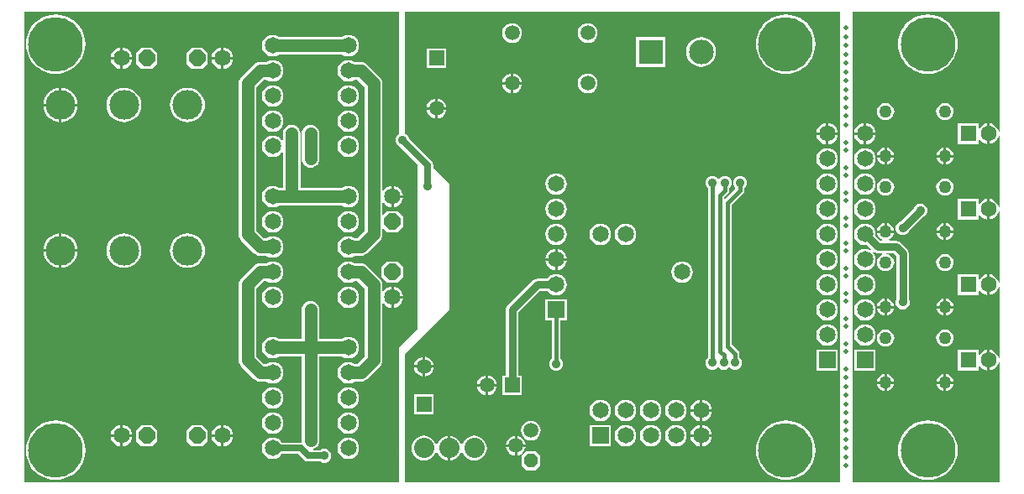
<source format=gbl>
%FSLAX23Y23*%
%MOIN*%
G70*
G01*
G75*
G04 Layer_Physical_Order=2*
G04 Layer_Color=16711680*
%ADD10R,0.050X0.054*%
%ADD11R,0.054X0.050*%
%ADD12R,0.025X0.075*%
%ADD13R,0.070X0.025*%
%ADD14R,0.079X0.114*%
%ADD15C,0.050*%
%ADD16C,0.030*%
%ADD17C,0.025*%
%ADD18C,0.015*%
%ADD19C,0.020*%
%ADD20C,0.050*%
%ADD21R,0.098X0.098*%
%ADD22C,0.098*%
%ADD23C,0.059*%
%ADD24R,0.059X0.059*%
%ADD25C,0.059*%
%ADD26C,0.065*%
%ADD27R,0.065X0.065*%
%ADD28P,0.070X8X112.5*%
%ADD29R,0.065X0.065*%
%ADD30R,0.059X0.059*%
%ADD31P,0.060X8X112.5*%
%ADD32C,0.080*%
%ADD33P,0.070X8X22.5*%
%ADD34C,0.118*%
%ADD35C,0.063*%
%ADD36R,0.063X0.063*%
%ADD37C,0.217*%
%ADD38C,0.020*%
%ADD39C,0.035*%
G36*
X1385Y459D02*
X1380Y459D01*
X1380Y461D01*
X1376Y471D01*
X1369Y479D01*
X1361Y486D01*
X1351Y490D01*
X1345Y491D01*
Y450D01*
Y409D01*
X1351Y410D01*
X1361Y414D01*
X1369Y421D01*
X1376Y429D01*
X1380Y439D01*
X1380Y441D01*
X1385Y441D01*
Y159D01*
X1380Y159D01*
X1380Y161D01*
X1376Y171D01*
X1369Y179D01*
X1361Y186D01*
X1351Y190D01*
X1345Y191D01*
Y150D01*
Y109D01*
X1351Y110D01*
X1361Y114D01*
X1369Y121D01*
X1376Y129D01*
X1380Y139D01*
X1380Y141D01*
X1385Y141D01*
Y-141D01*
X1380Y-141D01*
X1380Y-139D01*
X1376Y-129D01*
X1369Y-121D01*
X1361Y-114D01*
X1351Y-110D01*
X1345Y-109D01*
Y-150D01*
Y-191D01*
X1351Y-190D01*
X1361Y-186D01*
X1369Y-179D01*
X1376Y-171D01*
X1380Y-161D01*
X1380Y-159D01*
X1385Y-159D01*
Y-441D01*
X1380Y-441D01*
X1380Y-439D01*
X1376Y-429D01*
X1369Y-421D01*
X1361Y-414D01*
X1351Y-410D01*
X1345Y-409D01*
Y-450D01*
Y-491D01*
X1351Y-490D01*
X1361Y-486D01*
X1369Y-479D01*
X1376Y-471D01*
X1380Y-461D01*
X1380Y-459D01*
X1385Y-459D01*
Y-935D01*
X800D01*
Y935D01*
X1385D01*
Y459D01*
D02*
G37*
G36*
X750Y-935D02*
X-975D01*
Y-425D01*
X-925Y-375D01*
X-800Y-250D01*
Y-75D01*
Y250D01*
X-863Y313D01*
Y325D01*
X-863D01*
Y325D01*
Y325D01*
Y325D01*
X-863D01*
X-863Y325D01*
X-864Y334D01*
X-869Y341D01*
X-958Y430D01*
X-958Y432D01*
X-961Y439D01*
X-966Y444D01*
X-971Y449D01*
X-975Y450D01*
Y935D01*
X750D01*
Y-935D01*
D02*
G37*
G36*
X-1000Y448D02*
X-1004Y444D01*
X-1009Y439D01*
X-1012Y432D01*
X-1012Y425D01*
X-1012Y418D01*
X-1009Y411D01*
X-1004Y406D01*
X-1000Y402D01*
Y400D01*
X-925Y325D01*
Y-25D01*
Y-325D01*
X-1000Y-400D01*
Y-935D01*
X-2485D01*
Y935D01*
X-1000D01*
Y448D01*
D02*
G37*
%LPC*%
G36*
X932Y-327D02*
X923Y-328D01*
X914Y-331D01*
X907Y-337D01*
X902Y-344D01*
X898Y-352D01*
X897Y-361D01*
X898Y-370D01*
X902Y-379D01*
X907Y-386D01*
X914Y-392D01*
X923Y-395D01*
X932Y-396D01*
X941Y-395D01*
X949Y-392D01*
X956Y-386D01*
X962Y-379D01*
X966Y-370D01*
X967Y-361D01*
X966Y-352D01*
X962Y-344D01*
X956Y-337D01*
X949Y-331D01*
X941Y-328D01*
X932Y-327D01*
D02*
G37*
G36*
X1168D02*
X1159Y-328D01*
X1151Y-331D01*
X1144Y-337D01*
X1138Y-344D01*
X1134Y-352D01*
X1133Y-361D01*
X1134Y-370D01*
X1138Y-379D01*
X1144Y-386D01*
X1151Y-392D01*
X1159Y-395D01*
X1168Y-396D01*
X1177Y-395D01*
X1186Y-392D01*
X1193Y-386D01*
X1198Y-379D01*
X1202Y-370D01*
X1203Y-361D01*
X1202Y-352D01*
X1198Y-344D01*
X1193Y-337D01*
X1186Y-331D01*
X1177Y-328D01*
X1168Y-327D01*
D02*
G37*
G36*
X-895Y-436D02*
Y-470D01*
X-861D01*
X-862Y-465D01*
X-866Y-455D01*
X-872Y-447D01*
X-880Y-441D01*
X-890Y-437D01*
X-895Y-436D01*
D02*
G37*
G36*
X1301Y-409D02*
X1219D01*
Y-491D01*
X1301D01*
Y-474D01*
X1306Y-473D01*
X1311Y-479D01*
X1319Y-486D01*
X1329Y-490D01*
X1335Y-491D01*
Y-450D01*
Y-409D01*
X1329Y-410D01*
X1319Y-414D01*
X1311Y-421D01*
X1306Y-427D01*
X1301Y-426D01*
Y-409D01*
D02*
G37*
G36*
X-905Y-436D02*
X-910Y-437D01*
X-920Y-441D01*
X-928Y-447D01*
X-934Y-455D01*
X-938Y-465D01*
X-939Y-470D01*
X-905D01*
Y-436D01*
D02*
G37*
G36*
X700Y-208D02*
X689Y-209D01*
X679Y-213D01*
X670Y-220D01*
X663Y-229D01*
X659Y-239D01*
X658Y-250D01*
X659Y-261D01*
X663Y-271D01*
X670Y-280D01*
X679Y-287D01*
X689Y-291D01*
X700Y-292D01*
X711Y-291D01*
X721Y-287D01*
X730Y-280D01*
X737Y-271D01*
X741Y-261D01*
X742Y-250D01*
X741Y-239D01*
X737Y-229D01*
X730Y-220D01*
X721Y-213D01*
X711Y-209D01*
X700Y-208D01*
D02*
G37*
G36*
X850D02*
X839Y-209D01*
X829Y-213D01*
X820Y-220D01*
X813Y-229D01*
X809Y-239D01*
X808Y-250D01*
X809Y-261D01*
X813Y-271D01*
X820Y-280D01*
X829Y-287D01*
X839Y-291D01*
X850Y-292D01*
X861Y-291D01*
X871Y-287D01*
X880Y-280D01*
X887Y-271D01*
X891Y-261D01*
X892Y-250D01*
X891Y-239D01*
X887Y-229D01*
X880Y-220D01*
X871Y-213D01*
X861Y-209D01*
X850Y-208D01*
D02*
G37*
G36*
X927Y-244D02*
X898D01*
X898Y-248D01*
X902Y-256D01*
X907Y-263D01*
X914Y-269D01*
X923Y-272D01*
X927Y-273D01*
Y-244D01*
D02*
G37*
G36*
X700Y-308D02*
X689Y-309D01*
X679Y-313D01*
X670Y-320D01*
X663Y-329D01*
X659Y-339D01*
X658Y-350D01*
X659Y-361D01*
X663Y-371D01*
X670Y-380D01*
X679Y-387D01*
X689Y-391D01*
X700Y-392D01*
X711Y-391D01*
X721Y-387D01*
X730Y-380D01*
X737Y-371D01*
X741Y-361D01*
X742Y-350D01*
X741Y-339D01*
X737Y-329D01*
X730Y-320D01*
X721Y-313D01*
X711Y-309D01*
X700Y-308D01*
D02*
G37*
G36*
X850D02*
X839Y-309D01*
X829Y-313D01*
X820Y-320D01*
X813Y-329D01*
X809Y-339D01*
X808Y-350D01*
X809Y-361D01*
X813Y-371D01*
X820Y-380D01*
X829Y-387D01*
X839Y-391D01*
X850Y-392D01*
X861Y-391D01*
X871Y-387D01*
X880Y-380D01*
X887Y-371D01*
X891Y-361D01*
X892Y-350D01*
X891Y-339D01*
X887Y-329D01*
X880Y-320D01*
X871Y-313D01*
X861Y-309D01*
X850Y-308D01*
D02*
G37*
G36*
X-1350Y-215D02*
X-1359Y-216D01*
X-1367Y-220D01*
X-1375Y-225D01*
X-1380Y-233D01*
X-1384Y-241D01*
X-1385Y-250D01*
Y-365D01*
X-1476D01*
X-1479Y-363D01*
X-1489Y-359D01*
X-1500Y-358D01*
X-1511Y-359D01*
X-1521Y-363D01*
X-1530Y-370D01*
X-1537Y-379D01*
X-1541Y-389D01*
X-1542Y-400D01*
X-1541Y-411D01*
X-1537Y-421D01*
X-1530Y-430D01*
X-1521Y-437D01*
X-1511Y-441D01*
X-1500Y-442D01*
X-1489Y-441D01*
X-1479Y-437D01*
X-1476Y-435D01*
X-1385D01*
Y-770D01*
X-1384Y-775D01*
X-1388Y-778D01*
X-1390Y-778D01*
X-1464D01*
X-1470Y-770D01*
X-1479Y-763D01*
X-1489Y-759D01*
X-1500Y-758D01*
X-1511Y-759D01*
X-1521Y-763D01*
X-1530Y-770D01*
X-1537Y-779D01*
X-1541Y-789D01*
X-1542Y-800D01*
X-1541Y-811D01*
X-1537Y-821D01*
X-1530Y-830D01*
X-1521Y-837D01*
X-1511Y-841D01*
X-1500Y-842D01*
X-1489Y-841D01*
X-1479Y-837D01*
X-1470Y-830D01*
X-1464Y-822D01*
X-1399D01*
X-1376Y-846D01*
X-1376Y-846D01*
X-1376D01*
X-1376Y-846D01*
X-1376D01*
X-1376Y-846D01*
Y-846D01*
Y-846D01*
D01*
D01*
X-1376D01*
Y-846D01*
X-1369Y-851D01*
X-1360Y-852D01*
X-1310D01*
X-1309Y-854D01*
X-1302Y-857D01*
X-1295Y-857D01*
X-1288Y-857D01*
X-1281Y-854D01*
X-1276Y-849D01*
X-1271Y-844D01*
X-1268Y-837D01*
X-1268Y-830D01*
X-1268Y-823D01*
X-1271Y-816D01*
X-1276Y-811D01*
X-1281Y-806D01*
X-1288Y-803D01*
X-1295Y-803D01*
X-1302Y-803D01*
X-1309Y-806D01*
X-1310Y-808D01*
X-1338D01*
X-1339Y-803D01*
X-1333Y-800D01*
X-1325Y-795D01*
X-1320Y-787D01*
X-1316Y-779D01*
X-1315Y-770D01*
Y-435D01*
X-1224D01*
X-1221Y-437D01*
X-1211Y-441D01*
X-1200Y-442D01*
X-1189Y-441D01*
X-1179Y-437D01*
X-1170Y-430D01*
X-1163Y-421D01*
X-1159Y-411D01*
X-1158Y-400D01*
X-1159Y-389D01*
X-1163Y-379D01*
X-1170Y-370D01*
X-1179Y-363D01*
X-1189Y-359D01*
X-1200Y-358D01*
X-1211Y-359D01*
X-1221Y-363D01*
X-1224Y-365D01*
X-1315D01*
Y-250D01*
X-1316Y-241D01*
X-1320Y-233D01*
X-1325Y-225D01*
X-1333Y-220D01*
X-1341Y-216D01*
X-1350Y-215D01*
D02*
G37*
G36*
X892Y-408D02*
X808D01*
Y-492D01*
X892D01*
Y-408D01*
D02*
G37*
G36*
X927Y-504D02*
X923Y-505D01*
X914Y-508D01*
X907Y-514D01*
X902Y-521D01*
X898Y-530D01*
X898Y-534D01*
X927D01*
Y-504D01*
D02*
G37*
G36*
X937D02*
Y-534D01*
X966D01*
X966Y-530D01*
X962Y-521D01*
X956Y-514D01*
X949Y-508D01*
X941Y-505D01*
X937Y-504D01*
D02*
G37*
G36*
X-645Y-511D02*
Y-545D01*
X-611D01*
X-612Y-540D01*
X-616Y-530D01*
X-622Y-522D01*
X-630Y-516D01*
X-640Y-512D01*
X-645Y-511D01*
D02*
G37*
G36*
X1202Y-544D02*
X1173D01*
Y-573D01*
X1177Y-572D01*
X1186Y-569D01*
X1193Y-563D01*
X1198Y-556D01*
X1202Y-548D01*
X1202Y-544D01*
D02*
G37*
G36*
X-655Y-511D02*
X-660Y-512D01*
X-670Y-516D01*
X-678Y-522D01*
X-684Y-530D01*
X-688Y-540D01*
X-689Y-545D01*
X-655D01*
Y-511D01*
D02*
G37*
G36*
X1163Y-504D02*
X1159Y-505D01*
X1151Y-508D01*
X1144Y-514D01*
X1138Y-521D01*
X1134Y-530D01*
X1134Y-534D01*
X1163D01*
Y-504D01*
D02*
G37*
G36*
X-333Y-208D02*
X-417D01*
Y-292D01*
X-392D01*
Y-444D01*
X-394Y-446D01*
X-399Y-451D01*
X-402Y-458D01*
X-402Y-465D01*
X-402Y-472D01*
X-399Y-479D01*
X-394Y-484D01*
X-389Y-489D01*
X-382Y-492D01*
X-375Y-492D01*
X-368Y-492D01*
X-361Y-489D01*
X-356Y-484D01*
X-351Y-479D01*
X-348Y-472D01*
X-348Y-465D01*
X-348Y-458D01*
X-351Y-451D01*
X-356Y-446D01*
X-358Y-444D01*
Y-292D01*
X-333D01*
Y-208D01*
D02*
G37*
G36*
X742Y-408D02*
X658D01*
Y-492D01*
X742D01*
Y-408D01*
D02*
G37*
G36*
X-861Y-480D02*
X-895D01*
Y-514D01*
X-890Y-513D01*
X-880Y-509D01*
X-872Y-503D01*
X-866Y-495D01*
X-862Y-485D01*
X-861Y-480D01*
D02*
G37*
G36*
X1173Y-504D02*
Y-534D01*
X1202D01*
X1202Y-530D01*
X1198Y-521D01*
X1193Y-514D01*
X1186Y-508D01*
X1177Y-505D01*
X1173Y-504D01*
D02*
G37*
G36*
X-905Y-480D02*
X-939D01*
X-938Y-485D01*
X-934Y-495D01*
X-928Y-503D01*
X-920Y-509D01*
X-910Y-513D01*
X-905Y-514D01*
Y-480D01*
D02*
G37*
G36*
X-1200Y-58D02*
X-1211Y-59D01*
X-1221Y-63D01*
X-1230Y-70D01*
X-1237Y-79D01*
X-1241Y-89D01*
X-1242Y-100D01*
X-1241Y-111D01*
X-1237Y-121D01*
X-1230Y-130D01*
X-1221Y-137D01*
X-1211Y-141D01*
X-1200Y-142D01*
X-1189Y-141D01*
X-1179Y-137D01*
X-1176Y-135D01*
X-1164D01*
X-1135Y-164D01*
Y-436D01*
X-1164Y-465D01*
X-1176D01*
X-1179Y-463D01*
X-1189Y-459D01*
X-1200Y-458D01*
X-1211Y-459D01*
X-1221Y-463D01*
X-1230Y-470D01*
X-1237Y-479D01*
X-1241Y-489D01*
X-1242Y-500D01*
X-1241Y-511D01*
X-1237Y-521D01*
X-1230Y-530D01*
X-1221Y-537D01*
X-1211Y-541D01*
X-1200Y-542D01*
X-1189Y-541D01*
X-1179Y-537D01*
X-1176Y-535D01*
X-1150D01*
X-1141Y-534D01*
X-1133Y-530D01*
X-1125Y-525D01*
X-1075Y-475D01*
X-1070Y-467D01*
X-1066Y-459D01*
X-1065Y-450D01*
D01*
D01*
D01*
D01*
D01*
X-1065D01*
D01*
D01*
D01*
D01*
Y-450D01*
X-1065D01*
D01*
Y-450D01*
D01*
D01*
D01*
D01*
D01*
D01*
D01*
D01*
D01*
D01*
D01*
D01*
Y-450D01*
D01*
X-1065D01*
D01*
D01*
D01*
D01*
X-1065Y-450D01*
Y-224D01*
X-1060Y-223D01*
X-1055Y-230D01*
X-1046Y-237D01*
X-1036Y-241D01*
X-1030Y-242D01*
Y-200D01*
Y-158D01*
X-1036Y-159D01*
X-1046Y-163D01*
X-1055Y-170D01*
X-1060Y-177D01*
X-1065Y-176D01*
Y-150D01*
X-1065Y-150D01*
Y-150D01*
X-1065D01*
X-1065Y-150D01*
D01*
D01*
D01*
D01*
X-1065Y-150D01*
D01*
X-1066Y-141D01*
X-1070Y-133D01*
X-1075Y-125D01*
X-1125Y-75D01*
X-1133Y-70D01*
X-1141Y-66D01*
X-1150Y-65D01*
X-1176D01*
X-1179Y-63D01*
X-1189Y-59D01*
X-1200Y-58D01*
D02*
G37*
G36*
X-1500D02*
X-1511Y-59D01*
X-1521Y-63D01*
X-1524Y-65D01*
X-1550D01*
X-1559Y-66D01*
X-1567Y-70D01*
X-1575Y-75D01*
X-1625Y-125D01*
X-1630Y-133D01*
X-1634Y-141D01*
X-1635Y-150D01*
Y-450D01*
X-1635Y-450D01*
X-1635D01*
X-1634Y-459D01*
X-1630Y-467D01*
X-1625Y-475D01*
X-1575Y-525D01*
X-1567Y-530D01*
X-1559Y-534D01*
X-1550Y-535D01*
X-1524D01*
X-1521Y-537D01*
X-1511Y-541D01*
X-1500Y-542D01*
X-1489Y-541D01*
X-1479Y-537D01*
X-1470Y-530D01*
X-1463Y-521D01*
X-1459Y-511D01*
X-1458Y-500D01*
X-1459Y-489D01*
X-1463Y-479D01*
X-1470Y-470D01*
X-1479Y-463D01*
X-1489Y-459D01*
X-1500Y-458D01*
X-1511Y-459D01*
X-1521Y-463D01*
X-1524Y-465D01*
X-1536D01*
X-1565Y-436D01*
Y-164D01*
X-1536Y-135D01*
X-1524D01*
X-1521Y-137D01*
X-1511Y-141D01*
X-1500Y-142D01*
X-1489Y-141D01*
X-1479Y-137D01*
X-1470Y-130D01*
X-1463Y-121D01*
X-1459Y-111D01*
X-1458Y-100D01*
X-1459Y-89D01*
X-1463Y-79D01*
X-1470Y-70D01*
X-1479Y-63D01*
X-1489Y-59D01*
X-1500Y-58D01*
D02*
G37*
G36*
X125D02*
X114Y-59D01*
X104Y-63D01*
X95Y-70D01*
X88Y-79D01*
X84Y-89D01*
X83Y-100D01*
X84Y-111D01*
X88Y-121D01*
X95Y-130D01*
X104Y-137D01*
X114Y-141D01*
X125Y-142D01*
X136Y-141D01*
X146Y-137D01*
X155Y-130D01*
X162Y-121D01*
X166Y-111D01*
X167Y-100D01*
X166Y-89D01*
X162Y-79D01*
X155Y-70D01*
X146Y-63D01*
X136Y-59D01*
X125Y-58D01*
D02*
G37*
G36*
X700Y-108D02*
X689Y-109D01*
X679Y-113D01*
X670Y-120D01*
X663Y-129D01*
X659Y-139D01*
X658Y-150D01*
X659Y-161D01*
X663Y-171D01*
X670Y-180D01*
X679Y-187D01*
X689Y-191D01*
X700Y-192D01*
X711Y-191D01*
X721Y-187D01*
X730Y-180D01*
X737Y-171D01*
X741Y-161D01*
X742Y-150D01*
X741Y-139D01*
X737Y-129D01*
X730Y-120D01*
X721Y-113D01*
X711Y-109D01*
X700Y-108D01*
D02*
G37*
G36*
X850D02*
X839Y-109D01*
X829Y-113D01*
X820Y-120D01*
X813Y-129D01*
X809Y-139D01*
X808Y-150D01*
X809Y-161D01*
X813Y-171D01*
X820Y-180D01*
X829Y-187D01*
X839Y-191D01*
X850Y-192D01*
X861Y-191D01*
X871Y-187D01*
X880Y-180D01*
X887Y-171D01*
X891Y-161D01*
X892Y-150D01*
X891Y-139D01*
X887Y-129D01*
X880Y-120D01*
X871Y-113D01*
X861Y-109D01*
X850Y-108D01*
D02*
G37*
G36*
X1301Y-109D02*
X1219D01*
Y-191D01*
X1301D01*
Y-174D01*
X1306Y-173D01*
X1311Y-179D01*
X1319Y-186D01*
X1329Y-190D01*
X1335Y-191D01*
Y-150D01*
Y-109D01*
X1329Y-110D01*
X1319Y-114D01*
X1311Y-121D01*
X1306Y-127D01*
X1301Y-126D01*
Y-109D01*
D02*
G37*
G36*
X-380Y-55D02*
X-417D01*
X-416Y-61D01*
X-412Y-71D01*
X-405Y-80D01*
X-396Y-87D01*
X-386Y-91D01*
X-380Y-92D01*
Y-55D01*
D02*
G37*
G36*
X-333D02*
X-370D01*
Y-92D01*
X-364Y-91D01*
X-354Y-87D01*
X-345Y-80D01*
X-338Y-71D01*
X-334Y-61D01*
X-333Y-55D01*
D02*
G37*
G36*
X-2090Y55D02*
X-2103Y53D01*
X-2116Y49D01*
X-2128Y43D01*
X-2139Y34D01*
X-2147Y24D01*
X-2154Y12D01*
X-2158Y-1D01*
X-2159Y-14D01*
X-2158Y-28D01*
X-2154Y-41D01*
X-2147Y-53D01*
X-2139Y-63D01*
X-2128Y-72D01*
X-2116Y-78D01*
X-2103Y-82D01*
X-2090Y-83D01*
X-2077Y-82D01*
X-2064Y-78D01*
X-2052Y-72D01*
X-2041Y-63D01*
X-2033Y-53D01*
X-2026Y-41D01*
X-2022Y-28D01*
X-2021Y-14D01*
X-2022Y-1D01*
X-2026Y12D01*
X-2033Y24D01*
X-2041Y34D01*
X-2052Y43D01*
X-2064Y49D01*
X-2077Y53D01*
X-2090Y55D01*
D02*
G37*
G36*
X-1004Y-58D02*
X-1046D01*
X-1067Y-79D01*
Y-121D01*
X-1046Y-142D01*
X-1004D01*
X-983Y-121D01*
Y-79D01*
X-1004Y-58D01*
D02*
G37*
G36*
X1168Y-27D02*
X1159Y-28D01*
X1151Y-31D01*
X1144Y-37D01*
X1138Y-44D01*
X1134Y-52D01*
X1133Y-61D01*
X1134Y-70D01*
X1138Y-79D01*
X1144Y-86D01*
X1151Y-92D01*
X1159Y-95D01*
X1168Y-96D01*
X1177Y-95D01*
X1186Y-92D01*
X1193Y-86D01*
X1198Y-79D01*
X1202Y-70D01*
X1203Y-61D01*
X1202Y-52D01*
X1198Y-44D01*
X1193Y-37D01*
X1186Y-31D01*
X1177Y-28D01*
X1168Y-27D01*
D02*
G37*
G36*
X700Y-8D02*
X689Y-9D01*
X679Y-13D01*
X670Y-20D01*
X663Y-29D01*
X659Y-39D01*
X658Y-50D01*
X659Y-61D01*
X663Y-71D01*
X670Y-80D01*
X679Y-87D01*
X689Y-91D01*
X700Y-92D01*
X711Y-91D01*
X721Y-87D01*
X730Y-80D01*
X737Y-71D01*
X741Y-61D01*
X742Y-50D01*
X741Y-39D01*
X737Y-29D01*
X730Y-20D01*
X721Y-13D01*
X711Y-9D01*
X700Y-8D01*
D02*
G37*
G36*
X-1500Y-158D02*
X-1511Y-159D01*
X-1521Y-163D01*
X-1530Y-170D01*
X-1537Y-179D01*
X-1541Y-189D01*
X-1542Y-200D01*
X-1541Y-211D01*
X-1537Y-221D01*
X-1530Y-230D01*
X-1521Y-237D01*
X-1511Y-241D01*
X-1500Y-242D01*
X-1489Y-241D01*
X-1479Y-237D01*
X-1470Y-230D01*
X-1463Y-221D01*
X-1459Y-211D01*
X-1458Y-200D01*
X-1459Y-189D01*
X-1463Y-179D01*
X-1470Y-170D01*
X-1479Y-163D01*
X-1489Y-159D01*
X-1500Y-158D01*
D02*
G37*
G36*
X-1200D02*
X-1211Y-159D01*
X-1221Y-163D01*
X-1230Y-170D01*
X-1237Y-179D01*
X-1241Y-189D01*
X-1242Y-200D01*
X-1241Y-211D01*
X-1237Y-221D01*
X-1230Y-230D01*
X-1221Y-237D01*
X-1211Y-241D01*
X-1200Y-242D01*
X-1189Y-241D01*
X-1179Y-237D01*
X-1170Y-230D01*
X-1163Y-221D01*
X-1159Y-211D01*
X-1158Y-200D01*
X-1159Y-189D01*
X-1163Y-179D01*
X-1170Y-170D01*
X-1179Y-163D01*
X-1189Y-159D01*
X-1200Y-158D01*
D02*
G37*
G36*
X-983Y-205D02*
X-1020D01*
Y-242D01*
X-1014Y-241D01*
X-1004Y-237D01*
X-995Y-230D01*
X-988Y-221D01*
X-984Y-211D01*
X-983Y-205D01*
D02*
G37*
G36*
X966Y-244D02*
X937D01*
Y-273D01*
X941Y-272D01*
X949Y-269D01*
X956Y-263D01*
X962Y-256D01*
X966Y-248D01*
X966Y-244D01*
D02*
G37*
G36*
X1163D02*
X1134D01*
X1134Y-248D01*
X1138Y-256D01*
X1144Y-263D01*
X1151Y-269D01*
X1159Y-272D01*
X1163Y-273D01*
Y-244D01*
D02*
G37*
G36*
X1202D02*
X1173D01*
Y-273D01*
X1177Y-272D01*
X1186Y-269D01*
X1193Y-263D01*
X1198Y-256D01*
X1202Y-248D01*
X1202Y-244D01*
D02*
G37*
G36*
X1173Y-204D02*
Y-234D01*
X1202D01*
X1202Y-230D01*
X1198Y-221D01*
X1193Y-214D01*
X1186Y-208D01*
X1177Y-205D01*
X1173Y-204D01*
D02*
G37*
G36*
X-1020Y-158D02*
Y-195D01*
X-983D01*
X-984Y-189D01*
X-988Y-179D01*
X-995Y-170D01*
X-1004Y-163D01*
X-1014Y-159D01*
X-1020Y-158D01*
D02*
G37*
G36*
X-375Y-108D02*
X-386Y-109D01*
X-396Y-113D01*
X-405Y-120D01*
X-409Y-125D01*
X-450D01*
X-460Y-127D01*
X-468Y-132D01*
X-568Y-232D01*
X-573Y-240D01*
X-575Y-250D01*
Y-511D01*
X-589D01*
Y-589D01*
X-511D01*
Y-511D01*
X-525D01*
Y-260D01*
X-440Y-175D01*
X-409D01*
X-405Y-180D01*
X-396Y-187D01*
X-386Y-191D01*
X-375Y-192D01*
X-364Y-191D01*
X-354Y-187D01*
X-345Y-180D01*
X-338Y-171D01*
X-334Y-161D01*
X-333Y-150D01*
X-334Y-139D01*
X-338Y-129D01*
X-345Y-120D01*
X-354Y-113D01*
X-364Y-109D01*
X-375Y-108D01*
D02*
G37*
G36*
X927Y-204D02*
X923Y-205D01*
X914Y-208D01*
X907Y-214D01*
X902Y-221D01*
X898Y-230D01*
X898Y-234D01*
X927D01*
Y-204D01*
D02*
G37*
G36*
X937D02*
Y-234D01*
X966D01*
X966Y-230D01*
X962Y-221D01*
X956Y-214D01*
X949Y-208D01*
X941Y-205D01*
X937Y-204D01*
D02*
G37*
G36*
X1163D02*
X1159Y-205D01*
X1151Y-208D01*
X1144Y-214D01*
X1138Y-221D01*
X1134Y-230D01*
X1134Y-234D01*
X1163D01*
Y-204D01*
D02*
G37*
G36*
Y-544D02*
X1134D01*
X1134Y-548D01*
X1138Y-556D01*
X1144Y-563D01*
X1151Y-569D01*
X1159Y-572D01*
X1163Y-573D01*
Y-544D01*
D02*
G37*
G36*
X-1658Y-755D02*
X-1695D01*
Y-792D01*
X-1689Y-791D01*
X-1679Y-787D01*
X-1670Y-780D01*
X-1663Y-771D01*
X-1659Y-761D01*
X-1658Y-755D01*
D02*
G37*
G36*
X195D02*
X158D01*
X159Y-761D01*
X163Y-771D01*
X170Y-780D01*
X179Y-787D01*
X189Y-791D01*
X195Y-792D01*
Y-755D01*
D02*
G37*
G36*
X-1705D02*
X-1742D01*
X-1741Y-761D01*
X-1737Y-771D01*
X-1730Y-780D01*
X-1721Y-787D01*
X-1711Y-791D01*
X-1705Y-792D01*
Y-755D01*
D02*
G37*
G36*
X-1779Y-708D02*
X-1821D01*
X-1842Y-729D01*
Y-771D01*
X-1821Y-792D01*
X-1779D01*
X-1758Y-771D01*
Y-729D01*
X-1779Y-708D01*
D02*
G37*
G36*
X-158D02*
X-242D01*
Y-792D01*
X-158D01*
Y-708D01*
D02*
G37*
G36*
X242Y-755D02*
X205D01*
Y-792D01*
X211Y-791D01*
X221Y-787D01*
X230Y-780D01*
X237Y-771D01*
X241Y-761D01*
X242Y-755D01*
D02*
G37*
G36*
X-540Y-751D02*
X-545Y-752D01*
X-555Y-756D01*
X-563Y-762D01*
X-569Y-770D01*
X-573Y-780D01*
X-574Y-785D01*
X-540D01*
Y-751D01*
D02*
G37*
G36*
X-530D02*
Y-785D01*
X-496D01*
X-497Y-780D01*
X-501Y-770D01*
X-507Y-762D01*
X-515Y-756D01*
X-525Y-752D01*
X-530Y-751D01*
D02*
G37*
G36*
X-700Y-750D02*
X-713Y-752D01*
X-725Y-757D01*
X-735Y-765D01*
X-743Y-775D01*
X-748Y-785D01*
X-752D01*
X-757Y-775D01*
X-765Y-765D01*
X-775Y-757D01*
X-787Y-752D01*
X-795Y-751D01*
Y-800D01*
Y-849D01*
X-787Y-848D01*
X-775Y-843D01*
X-765Y-835D01*
X-757Y-825D01*
X-752Y-815D01*
X-748D01*
X-743Y-825D01*
X-735Y-835D01*
X-725Y-843D01*
X-713Y-848D01*
X-700Y-850D01*
X-687Y-848D01*
X-675Y-843D01*
X-665Y-835D01*
X-657Y-825D01*
X-652Y-813D01*
X-650Y-800D01*
X-652Y-787D01*
X-657Y-775D01*
X-665Y-765D01*
X-675Y-757D01*
X-687Y-752D01*
X-700Y-750D01*
D02*
G37*
G36*
X-2105Y-755D02*
X-2142D01*
X-2141Y-761D01*
X-2137Y-771D01*
X-2130Y-780D01*
X-2121Y-787D01*
X-2111Y-791D01*
X-2105Y-792D01*
Y-755D01*
D02*
G37*
G36*
X-2058D02*
X-2095D01*
Y-792D01*
X-2089Y-791D01*
X-2079Y-787D01*
X-2070Y-780D01*
X-2063Y-771D01*
X-2059Y-761D01*
X-2058Y-755D01*
D02*
G37*
G36*
X-1979Y-708D02*
X-2021D01*
X-2042Y-729D01*
Y-771D01*
X-2021Y-792D01*
X-1979D01*
X-1958Y-771D01*
Y-729D01*
X-1979Y-708D01*
D02*
G37*
G36*
X-456Y-813D02*
X-494D01*
X-512Y-831D01*
Y-869D01*
X-494Y-887D01*
X-456D01*
X-438Y-869D01*
Y-831D01*
X-456Y-813D01*
D02*
G37*
G36*
X-900Y-750D02*
X-913Y-752D01*
X-925Y-757D01*
X-935Y-765D01*
X-943Y-775D01*
X-948Y-787D01*
X-950Y-800D01*
X-948Y-813D01*
X-943Y-825D01*
X-935Y-835D01*
X-925Y-843D01*
X-913Y-848D01*
X-900Y-850D01*
X-887Y-848D01*
X-875Y-843D01*
X-865Y-835D01*
X-857Y-825D01*
X-853Y-815D01*
X-848D01*
X-843Y-825D01*
X-835Y-835D01*
X-825Y-843D01*
X-813Y-848D01*
X-805Y-849D01*
Y-800D01*
Y-751D01*
X-813Y-752D01*
X-825Y-757D01*
X-835Y-765D01*
X-843Y-775D01*
X-848Y-785D01*
X-853D01*
X-857Y-775D01*
X-865Y-765D01*
X-875Y-757D01*
X-887Y-752D01*
X-900Y-750D01*
D02*
G37*
G36*
X1100Y-690D02*
X1082Y-691D01*
X1063Y-696D01*
X1046Y-703D01*
X1031Y-712D01*
X1016Y-725D01*
X1004Y-739D01*
X995Y-754D01*
X988Y-772D01*
X983Y-790D01*
X982Y-808D01*
X983Y-827D01*
X988Y-845D01*
X995Y-862D01*
X1004Y-878D01*
X1016Y-892D01*
X1031Y-904D01*
X1046Y-913D01*
X1063Y-920D01*
X1082Y-925D01*
X1100Y-926D01*
X1118Y-925D01*
X1137Y-920D01*
X1154Y-913D01*
X1169Y-904D01*
X1184Y-892D01*
X1196Y-878D01*
X1205Y-862D01*
X1212Y-845D01*
X1217Y-827D01*
X1218Y-808D01*
X1217Y-790D01*
X1212Y-772D01*
X1205Y-754D01*
X1196Y-739D01*
X1184Y-725D01*
X1169Y-712D01*
X1154Y-703D01*
X1137Y-696D01*
X1118Y-691D01*
X1100Y-690D01*
D02*
G37*
G36*
X-2361D02*
X-2380Y-691D01*
X-2398Y-696D01*
X-2415Y-703D01*
X-2430Y-712D01*
X-2445Y-725D01*
X-2457Y-739D01*
X-2466Y-754D01*
X-2473Y-772D01*
X-2478Y-790D01*
X-2479Y-808D01*
X-2478Y-827D01*
X-2473Y-845D01*
X-2466Y-862D01*
X-2457Y-878D01*
X-2445Y-892D01*
X-2430Y-904D01*
X-2415Y-913D01*
X-2398Y-920D01*
X-2380Y-925D01*
X-2361Y-926D01*
X-2343Y-925D01*
X-2325Y-920D01*
X-2307Y-913D01*
X-2292Y-904D01*
X-2277Y-892D01*
X-2265Y-878D01*
X-2256Y-862D01*
X-2249Y-845D01*
X-2244Y-827D01*
X-2243Y-808D01*
X-2244Y-790D01*
X-2249Y-772D01*
X-2256Y-754D01*
X-2265Y-739D01*
X-2277Y-725D01*
X-2292Y-712D01*
X-2307Y-703D01*
X-2325Y-696D01*
X-2343Y-691D01*
X-2361Y-690D01*
D02*
G37*
G36*
X536D02*
X518Y-691D01*
X500Y-696D01*
X482Y-703D01*
X467Y-712D01*
X452Y-725D01*
X440Y-739D01*
X431Y-754D01*
X424Y-772D01*
X419Y-790D01*
X418Y-808D01*
X419Y-827D01*
X424Y-845D01*
X431Y-862D01*
X440Y-878D01*
X452Y-892D01*
X467Y-904D01*
X482Y-913D01*
X500Y-920D01*
X518Y-925D01*
X536Y-926D01*
X555Y-925D01*
X573Y-920D01*
X590Y-913D01*
X605Y-904D01*
X620Y-892D01*
X632Y-878D01*
X641Y-862D01*
X648Y-845D01*
X653Y-827D01*
X654Y-808D01*
X653Y-790D01*
X648Y-772D01*
X641Y-754D01*
X632Y-739D01*
X620Y-725D01*
X605Y-712D01*
X590Y-703D01*
X573Y-696D01*
X555Y-691D01*
X536Y-690D01*
D02*
G37*
G36*
X-1200Y-758D02*
X-1211Y-759D01*
X-1221Y-763D01*
X-1230Y-770D01*
X-1237Y-779D01*
X-1241Y-789D01*
X-1242Y-800D01*
X-1241Y-811D01*
X-1237Y-821D01*
X-1230Y-830D01*
X-1221Y-837D01*
X-1211Y-841D01*
X-1200Y-842D01*
X-1189Y-841D01*
X-1179Y-837D01*
X-1170Y-830D01*
X-1163Y-821D01*
X-1159Y-811D01*
X-1158Y-800D01*
X-1159Y-789D01*
X-1163Y-779D01*
X-1170Y-770D01*
X-1179Y-763D01*
X-1189Y-759D01*
X-1200Y-758D01*
D02*
G37*
G36*
X0Y-708D02*
X-11Y-709D01*
X-21Y-713D01*
X-30Y-720D01*
X-37Y-729D01*
X-41Y-739D01*
X-42Y-750D01*
X-41Y-761D01*
X-37Y-771D01*
X-30Y-780D01*
X-21Y-787D01*
X-11Y-791D01*
X0Y-792D01*
X11Y-791D01*
X21Y-787D01*
X30Y-780D01*
X37Y-771D01*
X41Y-761D01*
X42Y-750D01*
X41Y-739D01*
X37Y-729D01*
X30Y-720D01*
X21Y-713D01*
X11Y-709D01*
X0Y-708D01*
D02*
G37*
G36*
X100D02*
X89Y-709D01*
X79Y-713D01*
X70Y-720D01*
X63Y-729D01*
X59Y-739D01*
X58Y-750D01*
X59Y-761D01*
X63Y-771D01*
X70Y-780D01*
X79Y-787D01*
X89Y-791D01*
X100Y-792D01*
X111Y-791D01*
X121Y-787D01*
X130Y-780D01*
X137Y-771D01*
X141Y-761D01*
X142Y-750D01*
X141Y-739D01*
X137Y-729D01*
X130Y-720D01*
X121Y-713D01*
X111Y-709D01*
X100Y-708D01*
D02*
G37*
G36*
X-100D02*
X-111Y-709D01*
X-121Y-713D01*
X-130Y-720D01*
X-137Y-729D01*
X-141Y-739D01*
X-142Y-750D01*
X-141Y-761D01*
X-137Y-771D01*
X-130Y-780D01*
X-121Y-787D01*
X-111Y-791D01*
X-100Y-792D01*
X-89Y-791D01*
X-79Y-787D01*
X-70Y-780D01*
X-63Y-771D01*
X-59Y-761D01*
X-58Y-750D01*
X-59Y-739D01*
X-63Y-729D01*
X-70Y-720D01*
X-79Y-713D01*
X-89Y-709D01*
X-100Y-708D01*
D02*
G37*
G36*
X-540Y-795D02*
X-574D01*
X-573Y-800D01*
X-569Y-810D01*
X-563Y-818D01*
X-555Y-824D01*
X-545Y-828D01*
X-540Y-829D01*
Y-795D01*
D02*
G37*
G36*
X-496D02*
X-530D01*
Y-829D01*
X-525Y-828D01*
X-515Y-824D01*
X-507Y-818D01*
X-501Y-810D01*
X-497Y-800D01*
X-496Y-795D01*
D02*
G37*
G36*
X-475Y-691D02*
X-485Y-692D01*
X-495Y-696D01*
X-503Y-702D01*
X-509Y-710D01*
X-513Y-720D01*
X-514Y-730D01*
X-513Y-740D01*
X-509Y-750D01*
X-503Y-758D01*
X-495Y-764D01*
X-485Y-768D01*
X-475Y-769D01*
X-465Y-768D01*
X-455Y-764D01*
X-447Y-758D01*
X-441Y-750D01*
X-437Y-740D01*
X-436Y-730D01*
X-437Y-720D01*
X-441Y-710D01*
X-447Y-702D01*
X-455Y-696D01*
X-465Y-692D01*
X-475Y-691D01*
D02*
G37*
G36*
X195Y-608D02*
X189Y-609D01*
X179Y-613D01*
X170Y-620D01*
X163Y-629D01*
X159Y-639D01*
X158Y-645D01*
X195D01*
Y-608D01*
D02*
G37*
G36*
X205D02*
Y-645D01*
X242D01*
X241Y-639D01*
X237Y-629D01*
X230Y-620D01*
X221Y-613D01*
X211Y-609D01*
X205Y-608D01*
D02*
G37*
G36*
X-861Y-586D02*
X-939D01*
Y-664D01*
X-861D01*
Y-586D01*
D02*
G37*
G36*
X195Y-655D02*
X158D01*
X159Y-661D01*
X163Y-671D01*
X170Y-680D01*
X179Y-687D01*
X189Y-691D01*
X195Y-692D01*
Y-655D01*
D02*
G37*
G36*
X242D02*
X205D01*
Y-692D01*
X211Y-691D01*
X221Y-687D01*
X230Y-680D01*
X237Y-671D01*
X241Y-661D01*
X242Y-655D01*
D02*
G37*
G36*
X-1500Y-558D02*
X-1511Y-559D01*
X-1521Y-563D01*
X-1530Y-570D01*
X-1537Y-579D01*
X-1541Y-589D01*
X-1542Y-600D01*
X-1541Y-611D01*
X-1537Y-621D01*
X-1530Y-630D01*
X-1521Y-637D01*
X-1511Y-641D01*
X-1500Y-642D01*
X-1489Y-641D01*
X-1479Y-637D01*
X-1470Y-630D01*
X-1463Y-621D01*
X-1459Y-611D01*
X-1458Y-600D01*
X-1459Y-589D01*
X-1463Y-579D01*
X-1470Y-570D01*
X-1479Y-563D01*
X-1489Y-559D01*
X-1500Y-558D01*
D02*
G37*
G36*
X927Y-544D02*
X898D01*
X898Y-548D01*
X902Y-556D01*
X907Y-563D01*
X914Y-569D01*
X923Y-572D01*
X927Y-573D01*
Y-544D01*
D02*
G37*
G36*
X966D02*
X937D01*
Y-573D01*
X941Y-572D01*
X949Y-569D01*
X956Y-563D01*
X962Y-556D01*
X966Y-548D01*
X966Y-544D01*
D02*
G37*
G36*
X-611Y-555D02*
X-645D01*
Y-589D01*
X-640Y-588D01*
X-630Y-584D01*
X-622Y-578D01*
X-616Y-570D01*
X-612Y-560D01*
X-611Y-555D01*
D02*
G37*
G36*
X-1200Y-558D02*
X-1211Y-559D01*
X-1221Y-563D01*
X-1230Y-570D01*
X-1237Y-579D01*
X-1241Y-589D01*
X-1242Y-600D01*
X-1241Y-611D01*
X-1237Y-621D01*
X-1230Y-630D01*
X-1221Y-637D01*
X-1211Y-641D01*
X-1200Y-642D01*
X-1189Y-641D01*
X-1179Y-637D01*
X-1170Y-630D01*
X-1163Y-621D01*
X-1159Y-611D01*
X-1158Y-600D01*
X-1159Y-589D01*
X-1163Y-579D01*
X-1170Y-570D01*
X-1179Y-563D01*
X-1189Y-559D01*
X-1200Y-558D01*
D02*
G37*
G36*
X-655Y-555D02*
X-689D01*
X-688Y-560D01*
X-684Y-570D01*
X-678Y-578D01*
X-670Y-584D01*
X-660Y-588D01*
X-655Y-589D01*
Y-555D01*
D02*
G37*
G36*
X100Y-608D02*
X89Y-609D01*
X79Y-613D01*
X70Y-620D01*
X63Y-629D01*
X59Y-639D01*
X58Y-650D01*
X59Y-661D01*
X63Y-671D01*
X70Y-680D01*
X79Y-687D01*
X89Y-691D01*
X100Y-692D01*
X111Y-691D01*
X121Y-687D01*
X130Y-680D01*
X137Y-671D01*
X141Y-661D01*
X142Y-650D01*
X141Y-639D01*
X137Y-629D01*
X130Y-620D01*
X121Y-613D01*
X111Y-609D01*
X100Y-608D01*
D02*
G37*
G36*
X-1695Y-708D02*
Y-745D01*
X-1658D01*
X-1659Y-739D01*
X-1663Y-729D01*
X-1670Y-720D01*
X-1679Y-713D01*
X-1689Y-709D01*
X-1695Y-708D01*
D02*
G37*
G36*
X195D02*
X189Y-709D01*
X179Y-713D01*
X170Y-720D01*
X163Y-729D01*
X159Y-739D01*
X158Y-745D01*
X195D01*
Y-708D01*
D02*
G37*
G36*
X-1705D02*
X-1711Y-709D01*
X-1721Y-713D01*
X-1730Y-720D01*
X-1737Y-729D01*
X-1741Y-739D01*
X-1742Y-745D01*
X-1705D01*
Y-708D01*
D02*
G37*
G36*
X-2105D02*
X-2111Y-709D01*
X-2121Y-713D01*
X-2130Y-720D01*
X-2137Y-729D01*
X-2141Y-739D01*
X-2142Y-745D01*
X-2105D01*
Y-708D01*
D02*
G37*
G36*
X-2095D02*
Y-745D01*
X-2058D01*
X-2059Y-739D01*
X-2063Y-729D01*
X-2070Y-720D01*
X-2079Y-713D01*
X-2089Y-709D01*
X-2095Y-708D01*
D02*
G37*
G36*
X205D02*
Y-745D01*
X242D01*
X241Y-739D01*
X237Y-729D01*
X230Y-720D01*
X221Y-713D01*
X211Y-709D01*
X205Y-708D01*
D02*
G37*
G36*
X-100Y-608D02*
X-111Y-609D01*
X-121Y-613D01*
X-130Y-620D01*
X-137Y-629D01*
X-141Y-639D01*
X-142Y-650D01*
X-141Y-661D01*
X-137Y-671D01*
X-130Y-680D01*
X-121Y-687D01*
X-111Y-691D01*
X-100Y-692D01*
X-89Y-691D01*
X-79Y-687D01*
X-70Y-680D01*
X-63Y-671D01*
X-59Y-661D01*
X-58Y-650D01*
X-59Y-639D01*
X-63Y-629D01*
X-70Y-620D01*
X-79Y-613D01*
X-89Y-609D01*
X-100Y-608D01*
D02*
G37*
G36*
X0D02*
X-11Y-609D01*
X-21Y-613D01*
X-30Y-620D01*
X-37Y-629D01*
X-41Y-639D01*
X-42Y-650D01*
X-41Y-661D01*
X-37Y-671D01*
X-30Y-680D01*
X-21Y-687D01*
X-11Y-691D01*
X0Y-692D01*
X11Y-691D01*
X21Y-687D01*
X30Y-680D01*
X37Y-671D01*
X41Y-661D01*
X42Y-650D01*
X41Y-639D01*
X37Y-629D01*
X30Y-620D01*
X21Y-613D01*
X11Y-609D01*
X0Y-608D01*
D02*
G37*
G36*
X-200D02*
X-211Y-609D01*
X-221Y-613D01*
X-230Y-620D01*
X-237Y-629D01*
X-241Y-639D01*
X-242Y-650D01*
X-241Y-661D01*
X-237Y-671D01*
X-230Y-680D01*
X-221Y-687D01*
X-211Y-691D01*
X-200Y-692D01*
X-189Y-691D01*
X-179Y-687D01*
X-170Y-680D01*
X-163Y-671D01*
X-159Y-661D01*
X-158Y-650D01*
X-159Y-639D01*
X-163Y-629D01*
X-170Y-620D01*
X-179Y-613D01*
X-189Y-609D01*
X-200Y-608D01*
D02*
G37*
G36*
X-1500Y-658D02*
X-1511Y-659D01*
X-1521Y-663D01*
X-1530Y-670D01*
X-1537Y-679D01*
X-1541Y-689D01*
X-1542Y-700D01*
X-1541Y-711D01*
X-1537Y-721D01*
X-1530Y-730D01*
X-1521Y-737D01*
X-1511Y-741D01*
X-1500Y-742D01*
X-1489Y-741D01*
X-1479Y-737D01*
X-1470Y-730D01*
X-1463Y-721D01*
X-1459Y-711D01*
X-1458Y-700D01*
X-1459Y-689D01*
X-1463Y-679D01*
X-1470Y-670D01*
X-1479Y-663D01*
X-1489Y-659D01*
X-1500Y-658D01*
D02*
G37*
G36*
X-1200D02*
X-1211Y-659D01*
X-1221Y-663D01*
X-1230Y-670D01*
X-1237Y-679D01*
X-1241Y-689D01*
X-1242Y-700D01*
X-1241Y-711D01*
X-1237Y-721D01*
X-1230Y-730D01*
X-1221Y-737D01*
X-1211Y-741D01*
X-1200Y-742D01*
X-1189Y-741D01*
X-1179Y-737D01*
X-1170Y-730D01*
X-1163Y-721D01*
X-1159Y-711D01*
X-1158Y-700D01*
X-1159Y-689D01*
X-1163Y-679D01*
X-1170Y-670D01*
X-1179Y-663D01*
X-1189Y-659D01*
X-1200Y-658D01*
D02*
G37*
G36*
X-855Y545D02*
X-889D01*
X-888Y540D01*
X-884Y530D01*
X-878Y522D01*
X-870Y516D01*
X-860Y512D01*
X-855Y511D01*
Y545D01*
D02*
G37*
G36*
X-811D02*
X-845D01*
Y511D01*
X-840Y512D01*
X-830Y516D01*
X-822Y522D01*
X-816Y530D01*
X-812Y540D01*
X-811Y545D01*
D02*
G37*
G36*
X-855Y589D02*
X-860Y588D01*
X-870Y584D01*
X-878Y578D01*
X-884Y570D01*
X-888Y560D01*
X-889Y555D01*
X-855D01*
Y589D01*
D02*
G37*
G36*
X-2274Y559D02*
X-2337D01*
Y496D01*
X-2329Y497D01*
X-2316Y501D01*
X-2304Y507D01*
X-2293Y516D01*
X-2285Y526D01*
X-2278Y538D01*
X-2274Y551D01*
X-2274Y559D01*
D02*
G37*
G36*
X932Y573D02*
X923Y572D01*
X914Y569D01*
X907Y563D01*
X902Y556D01*
X898Y548D01*
X897Y539D01*
X898Y530D01*
X902Y521D01*
X907Y514D01*
X914Y508D01*
X923Y505D01*
X932Y504D01*
X941Y505D01*
X949Y508D01*
X956Y514D01*
X962Y521D01*
X966Y530D01*
X967Y539D01*
X966Y548D01*
X962Y556D01*
X956Y563D01*
X949Y569D01*
X941Y572D01*
X932Y573D01*
D02*
G37*
G36*
X1168D02*
X1159Y572D01*
X1151Y569D01*
X1144Y563D01*
X1138Y556D01*
X1134Y548D01*
X1133Y539D01*
X1134Y530D01*
X1138Y521D01*
X1144Y514D01*
X1151Y508D01*
X1159Y505D01*
X1168Y504D01*
X1177Y505D01*
X1186Y508D01*
X1193Y514D01*
X1198Y521D01*
X1202Y530D01*
X1203Y539D01*
X1202Y548D01*
X1198Y556D01*
X1193Y563D01*
X1186Y569D01*
X1177Y572D01*
X1168Y573D01*
D02*
G37*
G36*
X-2347Y633D02*
X-2355Y632D01*
X-2368Y628D01*
X-2380Y622D01*
X-2391Y613D01*
X-2399Y603D01*
X-2406Y591D01*
X-2410Y578D01*
X-2410Y569D01*
X-2347D01*
Y633D01*
D02*
G37*
G36*
X-2337D02*
Y569D01*
X-2274D01*
X-2274Y578D01*
X-2278Y591D01*
X-2285Y603D01*
X-2293Y613D01*
X-2304Y622D01*
X-2316Y628D01*
X-2329Y632D01*
X-2337Y633D01*
D02*
G37*
G36*
X-250Y689D02*
X-260Y688D01*
X-270Y684D01*
X-278Y678D01*
X-284Y670D01*
X-288Y660D01*
X-289Y650D01*
X-288Y640D01*
X-284Y630D01*
X-278Y622D01*
X-270Y616D01*
X-260Y612D01*
X-250Y611D01*
X-240Y612D01*
X-230Y616D01*
X-222Y622D01*
X-216Y630D01*
X-212Y640D01*
X-211Y650D01*
X-212Y660D01*
X-216Y670D01*
X-222Y678D01*
X-230Y684D01*
X-240Y688D01*
X-250Y689D01*
D02*
G37*
G36*
X-845Y589D02*
Y555D01*
X-811D01*
X-812Y560D01*
X-816Y570D01*
X-822Y578D01*
X-830Y584D01*
X-840Y588D01*
X-845Y589D01*
D02*
G37*
G36*
X-1500Y642D02*
X-1511Y641D01*
X-1521Y637D01*
X-1530Y630D01*
X-1537Y621D01*
X-1541Y611D01*
X-1542Y600D01*
X-1541Y589D01*
X-1537Y579D01*
X-1530Y570D01*
X-1521Y563D01*
X-1511Y559D01*
X-1500Y558D01*
X-1489Y559D01*
X-1479Y563D01*
X-1470Y570D01*
X-1463Y579D01*
X-1459Y589D01*
X-1458Y600D01*
X-1459Y611D01*
X-1463Y621D01*
X-1470Y630D01*
X-1479Y637D01*
X-1489Y641D01*
X-1500Y642D01*
D02*
G37*
G36*
X-1200D02*
X-1211Y641D01*
X-1221Y637D01*
X-1230Y630D01*
X-1237Y621D01*
X-1241Y611D01*
X-1242Y600D01*
X-1241Y589D01*
X-1237Y579D01*
X-1230Y570D01*
X-1221Y563D01*
X-1211Y559D01*
X-1200Y558D01*
X-1189Y559D01*
X-1179Y563D01*
X-1170Y570D01*
X-1163Y579D01*
X-1159Y589D01*
X-1158Y600D01*
X-1159Y611D01*
X-1163Y621D01*
X-1170Y630D01*
X-1179Y637D01*
X-1189Y641D01*
X-1200Y642D01*
D02*
G37*
G36*
X695Y492D02*
X689Y491D01*
X679Y487D01*
X670Y480D01*
X663Y471D01*
X659Y461D01*
X658Y455D01*
X695D01*
Y492D01*
D02*
G37*
G36*
X705D02*
Y455D01*
X742D01*
X741Y461D01*
X737Y471D01*
X730Y480D01*
X721Y487D01*
X711Y491D01*
X705Y492D01*
D02*
G37*
G36*
X845D02*
X839Y491D01*
X829Y487D01*
X820Y480D01*
X813Y471D01*
X809Y461D01*
X808Y455D01*
X845D01*
Y492D01*
D02*
G37*
G36*
X892Y445D02*
X855D01*
Y408D01*
X861Y409D01*
X871Y413D01*
X880Y420D01*
X887Y429D01*
X891Y439D01*
X892Y445D01*
D02*
G37*
G36*
X1301Y491D02*
X1219D01*
Y409D01*
X1301D01*
Y426D01*
X1306Y427D01*
X1311Y421D01*
X1319Y414D01*
X1329Y410D01*
X1335Y409D01*
Y450D01*
Y491D01*
X1329Y490D01*
X1319Y486D01*
X1311Y479D01*
X1306Y473D01*
X1301Y474D01*
Y491D01*
D02*
G37*
G36*
X-1425Y485D02*
X-1434Y484D01*
X-1442Y480D01*
X-1450Y475D01*
X-1455Y467D01*
X-1459Y459D01*
X-1460Y450D01*
Y424D01*
X-1465Y423D01*
X-1470Y430D01*
X-1479Y437D01*
X-1489Y441D01*
X-1500Y442D01*
X-1511Y441D01*
X-1521Y437D01*
X-1530Y430D01*
X-1537Y421D01*
X-1541Y411D01*
X-1542Y400D01*
X-1541Y389D01*
X-1537Y379D01*
X-1530Y370D01*
X-1521Y363D01*
X-1511Y359D01*
X-1500Y358D01*
X-1489Y359D01*
X-1479Y363D01*
X-1470Y370D01*
X-1465Y377D01*
X-1460Y376D01*
Y235D01*
X-1476D01*
X-1479Y237D01*
X-1489Y241D01*
X-1500Y242D01*
X-1511Y241D01*
X-1521Y237D01*
X-1530Y230D01*
X-1537Y221D01*
X-1541Y211D01*
X-1542Y200D01*
X-1541Y189D01*
X-1537Y179D01*
X-1530Y170D01*
X-1521Y163D01*
X-1511Y159D01*
X-1500Y158D01*
X-1489Y159D01*
X-1479Y163D01*
X-1476Y165D01*
X-1224D01*
X-1221Y163D01*
X-1211Y159D01*
X-1200Y158D01*
X-1189Y159D01*
X-1179Y163D01*
X-1170Y170D01*
X-1163Y179D01*
X-1159Y189D01*
X-1158Y200D01*
X-1159Y211D01*
X-1163Y221D01*
X-1170Y230D01*
X-1179Y237D01*
X-1189Y241D01*
X-1200Y242D01*
X-1211Y241D01*
X-1221Y237D01*
X-1224Y235D01*
X-1390D01*
Y450D01*
X-1391Y459D01*
X-1395Y467D01*
X-1400Y475D01*
X-1408Y480D01*
X-1416Y484D01*
X-1425Y485D01*
D02*
G37*
G36*
X-2090Y633D02*
X-2103Y632D01*
X-2116Y628D01*
X-2128Y622D01*
X-2139Y613D01*
X-2147Y603D01*
X-2154Y591D01*
X-2158Y578D01*
X-2159Y564D01*
X-2158Y551D01*
X-2154Y538D01*
X-2147Y526D01*
X-2139Y516D01*
X-2128Y507D01*
X-2116Y501D01*
X-2103Y497D01*
X-2090Y495D01*
X-2077Y497D01*
X-2064Y501D01*
X-2052Y507D01*
X-2041Y516D01*
X-2033Y526D01*
X-2026Y538D01*
X-2022Y551D01*
X-2021Y564D01*
X-2022Y578D01*
X-2026Y591D01*
X-2033Y603D01*
X-2041Y613D01*
X-2052Y622D01*
X-2064Y628D01*
X-2077Y632D01*
X-2090Y633D01*
D02*
G37*
G36*
X-1838D02*
X-1851Y632D01*
X-1864Y628D01*
X-1876Y622D01*
X-1887Y613D01*
X-1895Y603D01*
X-1902Y591D01*
X-1906Y578D01*
X-1907Y564D01*
X-1906Y551D01*
X-1902Y538D01*
X-1895Y526D01*
X-1887Y516D01*
X-1876Y507D01*
X-1864Y501D01*
X-1851Y497D01*
X-1838Y495D01*
X-1825Y497D01*
X-1812Y501D01*
X-1800Y507D01*
X-1789Y516D01*
X-1781Y526D01*
X-1774Y538D01*
X-1770Y551D01*
X-1769Y564D01*
X-1770Y578D01*
X-1774Y591D01*
X-1781Y603D01*
X-1789Y613D01*
X-1800Y622D01*
X-1812Y628D01*
X-1825Y632D01*
X-1838Y633D01*
D02*
G37*
G36*
X-2347Y559D02*
X-2410D01*
X-2410Y551D01*
X-2406Y538D01*
X-2399Y526D01*
X-2391Y516D01*
X-2380Y507D01*
X-2368Y501D01*
X-2355Y497D01*
X-2347Y496D01*
Y559D01*
D02*
G37*
G36*
X855Y492D02*
Y455D01*
X892D01*
X891Y461D01*
X887Y471D01*
X880Y480D01*
X871Y487D01*
X861Y491D01*
X855Y492D01*
D02*
G37*
G36*
X-1500Y542D02*
X-1511Y541D01*
X-1521Y537D01*
X-1530Y530D01*
X-1537Y521D01*
X-1541Y511D01*
X-1542Y500D01*
X-1541Y489D01*
X-1537Y479D01*
X-1530Y470D01*
X-1521Y463D01*
X-1511Y459D01*
X-1500Y458D01*
X-1489Y459D01*
X-1479Y463D01*
X-1470Y470D01*
X-1463Y479D01*
X-1459Y489D01*
X-1458Y500D01*
X-1459Y511D01*
X-1463Y521D01*
X-1470Y530D01*
X-1479Y537D01*
X-1489Y541D01*
X-1500Y542D01*
D02*
G37*
G36*
X-1200D02*
X-1211Y541D01*
X-1221Y537D01*
X-1230Y530D01*
X-1237Y521D01*
X-1241Y511D01*
X-1242Y500D01*
X-1241Y489D01*
X-1237Y479D01*
X-1230Y470D01*
X-1221Y463D01*
X-1211Y459D01*
X-1200Y458D01*
X-1189Y459D01*
X-1179Y463D01*
X-1170Y470D01*
X-1163Y479D01*
X-1159Y489D01*
X-1158Y500D01*
X-1159Y511D01*
X-1163Y521D01*
X-1170Y530D01*
X-1179Y537D01*
X-1189Y541D01*
X-1200Y542D01*
D02*
G37*
G36*
X200Y834D02*
X185Y832D01*
X170Y826D01*
X158Y817D01*
X149Y805D01*
X143Y790D01*
X141Y775D01*
X143Y760D01*
X149Y745D01*
X158Y733D01*
X170Y724D01*
X185Y718D01*
X200Y716D01*
X215Y718D01*
X230Y724D01*
X242Y733D01*
X251Y745D01*
X257Y760D01*
X259Y775D01*
X257Y790D01*
X251Y805D01*
X242Y817D01*
X230Y826D01*
X215Y832D01*
X200Y834D01*
D02*
G37*
G36*
X59Y834D02*
X-59D01*
Y716D01*
X59D01*
Y834D01*
D02*
G37*
G36*
X-2105Y792D02*
X-2111Y791D01*
X-2121Y787D01*
X-2130Y780D01*
X-2137Y771D01*
X-2141Y761D01*
X-2142Y755D01*
X-2105D01*
Y792D01*
D02*
G37*
G36*
X-1705Y745D02*
X-1742D01*
X-1741Y739D01*
X-1737Y729D01*
X-1730Y720D01*
X-1721Y713D01*
X-1711Y709D01*
X-1705Y708D01*
Y745D01*
D02*
G37*
G36*
X-1658D02*
X-1695D01*
Y708D01*
X-1689Y709D01*
X-1679Y713D01*
X-1670Y720D01*
X-1663Y729D01*
X-1659Y739D01*
X-1658Y745D01*
D02*
G37*
G36*
X-811Y789D02*
X-889D01*
Y711D01*
X-811D01*
Y789D01*
D02*
G37*
G36*
X-550Y889D02*
X-560Y888D01*
X-570Y884D01*
X-578Y878D01*
X-584Y870D01*
X-588Y860D01*
X-589Y850D01*
X-588Y840D01*
X-584Y830D01*
X-578Y822D01*
X-570Y816D01*
X-560Y812D01*
X-550Y811D01*
X-540Y812D01*
X-530Y816D01*
X-522Y822D01*
X-516Y830D01*
X-512Y840D01*
X-511Y850D01*
X-512Y860D01*
X-516Y870D01*
X-522Y878D01*
X-530Y884D01*
X-540Y888D01*
X-550Y889D01*
D02*
G37*
G36*
X-250D02*
X-260Y888D01*
X-270Y884D01*
X-278Y878D01*
X-284Y870D01*
X-288Y860D01*
X-289Y850D01*
X-288Y840D01*
X-284Y830D01*
X-278Y822D01*
X-270Y816D01*
X-260Y812D01*
X-250Y811D01*
X-240Y812D01*
X-230Y816D01*
X-222Y822D01*
X-216Y830D01*
X-212Y840D01*
X-211Y850D01*
X-212Y860D01*
X-216Y870D01*
X-222Y878D01*
X-230Y884D01*
X-240Y888D01*
X-250Y889D01*
D02*
G37*
G36*
X-1200Y842D02*
X-1211Y841D01*
X-1221Y837D01*
X-1224Y835D01*
X-1476D01*
X-1479Y837D01*
X-1489Y841D01*
X-1500Y842D01*
X-1511Y841D01*
X-1521Y837D01*
X-1530Y830D01*
X-1537Y821D01*
X-1541Y811D01*
X-1542Y800D01*
X-1541Y789D01*
X-1537Y779D01*
X-1530Y770D01*
X-1521Y763D01*
X-1511Y759D01*
X-1500Y758D01*
X-1489Y759D01*
X-1479Y763D01*
X-1476Y765D01*
X-1224D01*
X-1221Y763D01*
X-1211Y759D01*
X-1200Y758D01*
X-1189Y759D01*
X-1179Y763D01*
X-1170Y770D01*
X-1163Y779D01*
X-1159Y789D01*
X-1158Y800D01*
X-1159Y811D01*
X-1163Y821D01*
X-1170Y830D01*
X-1179Y837D01*
X-1189Y841D01*
X-1200Y842D01*
D02*
G37*
G36*
X-2095Y792D02*
Y755D01*
X-2058D01*
X-2059Y761D01*
X-2063Y771D01*
X-2070Y780D01*
X-2079Y787D01*
X-2089Y791D01*
X-2095Y792D01*
D02*
G37*
G36*
X-1705D02*
X-1711Y791D01*
X-1721Y787D01*
X-1730Y780D01*
X-1737Y771D01*
X-1741Y761D01*
X-1742Y755D01*
X-1705D01*
Y792D01*
D02*
G37*
G36*
X-1695D02*
Y755D01*
X-1658D01*
X-1659Y761D01*
X-1663Y771D01*
X-1670Y780D01*
X-1679Y787D01*
X-1689Y791D01*
X-1695Y792D01*
D02*
G37*
G36*
X-545Y689D02*
Y655D01*
X-511D01*
X-512Y660D01*
X-516Y670D01*
X-522Y678D01*
X-530Y684D01*
X-540Y688D01*
X-545Y689D01*
D02*
G37*
G36*
X-1500Y742D02*
X-1511Y741D01*
X-1521Y737D01*
X-1524Y735D01*
X-1550D01*
X-1559Y734D01*
X-1567Y730D01*
X-1575Y725D01*
X-1625Y675D01*
X-1630Y667D01*
X-1634Y659D01*
X-1635Y650D01*
Y50D01*
X-1635Y50D01*
X-1635D01*
X-1634Y41D01*
X-1630Y33D01*
X-1625Y25D01*
X-1575Y-25D01*
X-1567Y-30D01*
X-1559Y-34D01*
X-1550Y-35D01*
X-1524D01*
X-1521Y-37D01*
X-1511Y-41D01*
X-1500Y-42D01*
X-1489Y-41D01*
X-1479Y-37D01*
X-1470Y-30D01*
X-1463Y-21D01*
X-1459Y-11D01*
X-1458Y0D01*
X-1459Y11D01*
X-1463Y21D01*
X-1470Y30D01*
X-1479Y37D01*
X-1489Y41D01*
X-1500Y42D01*
X-1511Y41D01*
X-1521Y37D01*
X-1524Y35D01*
X-1536D01*
X-1565Y64D01*
Y636D01*
X-1536Y665D01*
X-1524D01*
X-1521Y663D01*
X-1511Y659D01*
X-1500Y658D01*
X-1489Y659D01*
X-1479Y663D01*
X-1470Y670D01*
X-1463Y679D01*
X-1459Y689D01*
X-1458Y700D01*
X-1459Y711D01*
X-1463Y721D01*
X-1470Y730D01*
X-1479Y737D01*
X-1489Y741D01*
X-1500Y742D01*
D02*
G37*
G36*
X-2361Y924D02*
X-2380Y923D01*
X-2398Y918D01*
X-2415Y911D01*
X-2430Y902D01*
X-2445Y890D01*
X-2457Y876D01*
X-2466Y860D01*
X-2473Y843D01*
X-2478Y825D01*
X-2479Y806D01*
X-2478Y788D01*
X-2473Y770D01*
X-2466Y752D01*
X-2457Y737D01*
X-2445Y723D01*
X-2430Y711D01*
X-2415Y701D01*
X-2398Y694D01*
X-2380Y689D01*
X-2361Y688D01*
X-2343Y689D01*
X-2325Y694D01*
X-2307Y701D01*
X-2292Y711D01*
X-2277Y723D01*
X-2265Y737D01*
X-2256Y752D01*
X-2249Y770D01*
X-2244Y788D01*
X-2243Y806D01*
X-2244Y825D01*
X-2249Y843D01*
X-2256Y860D01*
X-2265Y876D01*
X-2277Y890D01*
X-2292Y902D01*
X-2307Y911D01*
X-2325Y918D01*
X-2343Y923D01*
X-2361Y924D01*
D02*
G37*
G36*
X-555Y645D02*
X-589D01*
X-588Y640D01*
X-584Y630D01*
X-578Y622D01*
X-570Y616D01*
X-560Y612D01*
X-555Y611D01*
Y645D01*
D02*
G37*
G36*
X-511D02*
X-545D01*
Y611D01*
X-540Y612D01*
X-530Y616D01*
X-522Y622D01*
X-516Y630D01*
X-512Y640D01*
X-511Y645D01*
D02*
G37*
G36*
X-555Y689D02*
X-560Y688D01*
X-570Y684D01*
X-578Y678D01*
X-584Y670D01*
X-588Y660D01*
X-589Y655D01*
X-555D01*
Y689D01*
D02*
G37*
G36*
X-1779Y792D02*
X-1821D01*
X-1842Y771D01*
Y729D01*
X-1821Y708D01*
X-1779D01*
X-1758Y729D01*
Y771D01*
X-1779Y792D01*
D02*
G37*
G36*
X-2105Y745D02*
X-2142D01*
X-2141Y739D01*
X-2137Y729D01*
X-2130Y720D01*
X-2121Y713D01*
X-2111Y709D01*
X-2105Y708D01*
Y745D01*
D02*
G37*
G36*
X-2058D02*
X-2095D01*
Y708D01*
X-2089Y709D01*
X-2079Y713D01*
X-2070Y720D01*
X-2063Y729D01*
X-2059Y739D01*
X-2058Y745D01*
D02*
G37*
G36*
X536Y924D02*
X518Y923D01*
X500Y918D01*
X482Y911D01*
X467Y902D01*
X452Y890D01*
X440Y876D01*
X431Y860D01*
X424Y843D01*
X419Y825D01*
X418Y806D01*
X419Y788D01*
X424Y770D01*
X431Y752D01*
X440Y737D01*
X452Y723D01*
X467Y711D01*
X482Y701D01*
X500Y694D01*
X518Y689D01*
X536Y688D01*
X555Y689D01*
X573Y694D01*
X590Y701D01*
X605Y711D01*
X620Y723D01*
X632Y737D01*
X641Y752D01*
X648Y770D01*
X653Y788D01*
X654Y806D01*
X653Y825D01*
X648Y843D01*
X641Y860D01*
X632Y876D01*
X620Y890D01*
X605Y902D01*
X590Y911D01*
X573Y918D01*
X555Y923D01*
X536Y924D01*
D02*
G37*
G36*
X1100D02*
X1082Y923D01*
X1063Y918D01*
X1046Y911D01*
X1031Y902D01*
X1016Y890D01*
X1004Y876D01*
X995Y860D01*
X988Y843D01*
X983Y825D01*
X982Y806D01*
X983Y788D01*
X988Y770D01*
X995Y752D01*
X1004Y737D01*
X1016Y723D01*
X1031Y711D01*
X1046Y701D01*
X1063Y694D01*
X1082Y689D01*
X1100Y688D01*
X1118Y689D01*
X1137Y694D01*
X1154Y701D01*
X1169Y711D01*
X1184Y723D01*
X1196Y737D01*
X1205Y752D01*
X1212Y770D01*
X1217Y788D01*
X1218Y806D01*
X1217Y825D01*
X1212Y843D01*
X1205Y860D01*
X1196Y876D01*
X1184Y890D01*
X1169Y902D01*
X1154Y911D01*
X1137Y918D01*
X1118Y923D01*
X1100Y924D01*
D02*
G37*
G36*
X-1979Y792D02*
X-2021D01*
X-2042Y771D01*
Y729D01*
X-2021Y708D01*
X-1979D01*
X-1958Y729D01*
Y771D01*
X-1979Y792D01*
D02*
G37*
G36*
X845Y445D02*
X808D01*
X809Y439D01*
X813Y429D01*
X820Y420D01*
X829Y413D01*
X839Y409D01*
X845Y408D01*
Y445D01*
D02*
G37*
G36*
X-1500Y142D02*
X-1511Y141D01*
X-1521Y137D01*
X-1530Y130D01*
X-1537Y121D01*
X-1541Y111D01*
X-1542Y100D01*
X-1541Y89D01*
X-1537Y79D01*
X-1530Y70D01*
X-1521Y63D01*
X-1511Y59D01*
X-1500Y58D01*
X-1489Y59D01*
X-1479Y63D01*
X-1470Y70D01*
X-1463Y79D01*
X-1459Y89D01*
X-1458Y100D01*
X-1459Y111D01*
X-1463Y121D01*
X-1470Y130D01*
X-1479Y137D01*
X-1489Y141D01*
X-1500Y142D01*
D02*
G37*
G36*
X-1200D02*
X-1211Y141D01*
X-1221Y137D01*
X-1230Y130D01*
X-1237Y121D01*
X-1241Y111D01*
X-1242Y100D01*
X-1241Y89D01*
X-1237Y79D01*
X-1230Y70D01*
X-1221Y63D01*
X-1211Y59D01*
X-1200Y58D01*
X-1189Y59D01*
X-1179Y63D01*
X-1170Y70D01*
X-1163Y79D01*
X-1159Y89D01*
X-1158Y100D01*
X-1159Y111D01*
X-1163Y121D01*
X-1170Y130D01*
X-1179Y137D01*
X-1189Y141D01*
X-1200Y142D01*
D02*
G37*
G36*
X927Y96D02*
X923Y95D01*
X914Y92D01*
X907Y86D01*
X902Y79D01*
X898Y70D01*
X898Y66D01*
X927D01*
Y96D01*
D02*
G37*
G36*
X1163Y56D02*
X1134D01*
X1134Y52D01*
X1138Y44D01*
X1144Y37D01*
X1151Y31D01*
X1159Y28D01*
X1163Y27D01*
Y56D01*
D02*
G37*
G36*
X1202D02*
X1173D01*
Y27D01*
X1177Y28D01*
X1186Y31D01*
X1193Y37D01*
X1198Y44D01*
X1202Y52D01*
X1202Y56D01*
D02*
G37*
G36*
X1070Y172D02*
X1063Y172D01*
X1056Y169D01*
X1051Y164D01*
X1046Y159D01*
X1045Y155D01*
X990Y100D01*
X986Y99D01*
X981Y94D01*
X976Y89D01*
X973Y82D01*
X973Y75D01*
X973Y68D01*
X976Y61D01*
X981Y56D01*
X986Y51D01*
X993Y48D01*
X1000Y48D01*
X1007Y48D01*
X1014Y51D01*
X1019Y56D01*
X1024Y61D01*
X1025Y65D01*
X1080Y120D01*
X1084Y121D01*
X1089Y126D01*
X1094Y131D01*
X1097Y138D01*
X1097Y145D01*
X1097Y152D01*
X1094Y159D01*
X1089Y164D01*
X1084Y169D01*
X1077Y172D01*
X1070Y172D01*
D02*
G37*
G36*
X-375Y192D02*
X-386Y191D01*
X-396Y187D01*
X-405Y180D01*
X-412Y171D01*
X-416Y161D01*
X-417Y150D01*
X-416Y139D01*
X-412Y129D01*
X-405Y120D01*
X-396Y113D01*
X-386Y109D01*
X-375Y108D01*
X-364Y109D01*
X-354Y113D01*
X-345Y120D01*
X-338Y129D01*
X-334Y139D01*
X-333Y150D01*
X-334Y161D01*
X-338Y171D01*
X-345Y180D01*
X-354Y187D01*
X-364Y191D01*
X-375Y192D01*
D02*
G37*
G36*
X700D02*
X689Y191D01*
X679Y187D01*
X670Y180D01*
X663Y171D01*
X659Y161D01*
X658Y150D01*
X659Y139D01*
X663Y129D01*
X670Y120D01*
X679Y113D01*
X689Y109D01*
X700Y108D01*
X711Y109D01*
X721Y113D01*
X730Y120D01*
X737Y129D01*
X741Y139D01*
X742Y150D01*
X741Y161D01*
X737Y171D01*
X730Y180D01*
X721Y187D01*
X711Y191D01*
X700Y192D01*
D02*
G37*
G36*
X850D02*
X839Y191D01*
X829Y187D01*
X820Y180D01*
X813Y171D01*
X809Y161D01*
X808Y150D01*
X809Y139D01*
X813Y129D01*
X820Y120D01*
X829Y113D01*
X839Y109D01*
X850Y108D01*
X861Y109D01*
X871Y113D01*
X880Y120D01*
X887Y129D01*
X891Y139D01*
X892Y150D01*
X891Y161D01*
X887Y171D01*
X880Y180D01*
X871Y187D01*
X861Y191D01*
X850Y192D01*
D02*
G37*
G36*
X937Y96D02*
Y66D01*
X966D01*
X966Y70D01*
X962Y79D01*
X956Y86D01*
X949Y92D01*
X941Y95D01*
X937Y96D01*
D02*
G37*
G36*
X1163D02*
X1159Y95D01*
X1151Y92D01*
X1144Y86D01*
X1138Y79D01*
X1134Y70D01*
X1134Y66D01*
X1163D01*
Y96D01*
D02*
G37*
G36*
X1173D02*
Y66D01*
X1202D01*
X1202Y70D01*
X1198Y79D01*
X1193Y86D01*
X1186Y92D01*
X1177Y95D01*
X1173Y96D01*
D02*
G37*
G36*
X-380Y-8D02*
X-386Y-9D01*
X-396Y-13D01*
X-405Y-20D01*
X-412Y-29D01*
X-416Y-39D01*
X-417Y-45D01*
X-380D01*
Y-8D01*
D02*
G37*
G36*
X-370D02*
Y-45D01*
X-333D01*
X-334Y-39D01*
X-338Y-29D01*
X-345Y-20D01*
X-354Y-13D01*
X-364Y-9D01*
X-370Y-8D01*
D02*
G37*
G36*
X850Y92D02*
X839Y91D01*
X829Y87D01*
X820Y80D01*
X813Y71D01*
X809Y61D01*
X808Y50D01*
X809Y39D01*
X813Y29D01*
X820Y20D01*
X829Y13D01*
X839Y9D01*
X850Y8D01*
X856Y8D01*
X874Y-9D01*
X871Y-13D01*
X861Y-9D01*
X850Y-8D01*
X839Y-9D01*
X829Y-13D01*
X820Y-20D01*
X813Y-29D01*
X809Y-39D01*
X808Y-50D01*
X809Y-61D01*
X813Y-71D01*
X820Y-80D01*
X829Y-87D01*
X839Y-91D01*
X850Y-92D01*
X861Y-91D01*
X871Y-87D01*
X880Y-80D01*
X887Y-71D01*
X891Y-61D01*
X892Y-50D01*
X891Y-39D01*
X887Y-29D01*
X883Y-24D01*
X886Y-20D01*
X890Y-23D01*
X900Y-25D01*
X917D01*
X918Y-30D01*
X914Y-31D01*
X907Y-37D01*
X902Y-44D01*
X898Y-52D01*
X897Y-61D01*
X898Y-70D01*
X902Y-79D01*
X907Y-86D01*
X914Y-92D01*
X923Y-95D01*
X932Y-96D01*
X941Y-95D01*
X949Y-92D01*
X956Y-86D01*
X962Y-79D01*
X966Y-70D01*
X967Y-61D01*
X966Y-52D01*
X962Y-44D01*
X956Y-37D01*
X949Y-31D01*
X941Y-28D01*
X932Y-27D01*
X934Y-25D01*
X965D01*
X975Y-35D01*
Y-209D01*
X973Y-213D01*
X973Y-220D01*
X973Y-227D01*
X976Y-234D01*
X981Y-239D01*
X986Y-244D01*
X993Y-247D01*
X1000Y-247D01*
X1007Y-247D01*
X1014Y-244D01*
X1019Y-239D01*
X1024Y-234D01*
X1027Y-227D01*
X1027Y-220D01*
X1027Y-213D01*
X1025Y-209D01*
Y-25D01*
X1023Y-17D01*
X1023Y-15D01*
X1018Y-7D01*
X993Y18D01*
X985Y23D01*
X975Y25D01*
X947D01*
X946Y30D01*
X949Y31D01*
X956Y37D01*
X962Y44D01*
X966Y52D01*
X966Y56D01*
X898D01*
X898Y52D01*
X902Y44D01*
X907Y37D01*
X914Y31D01*
X918Y30D01*
X917Y25D01*
X910D01*
X892Y44D01*
X892Y50D01*
X891Y61D01*
X887Y71D01*
X880Y80D01*
X871Y87D01*
X861Y91D01*
X850Y92D01*
D02*
G37*
G36*
X-1838Y55D02*
X-1851Y53D01*
X-1864Y49D01*
X-1876Y43D01*
X-1887Y34D01*
X-1895Y24D01*
X-1902Y12D01*
X-1906Y-1D01*
X-1907Y-14D01*
X-1906Y-28D01*
X-1902Y-41D01*
X-1895Y-53D01*
X-1887Y-63D01*
X-1876Y-72D01*
X-1864Y-78D01*
X-1851Y-82D01*
X-1838Y-83D01*
X-1825Y-82D01*
X-1812Y-78D01*
X-1800Y-72D01*
X-1789Y-63D01*
X-1781Y-53D01*
X-1774Y-41D01*
X-1770Y-28D01*
X-1769Y-14D01*
X-1770Y-1D01*
X-1774Y12D01*
X-1781Y24D01*
X-1789Y34D01*
X-1800Y43D01*
X-1812Y49D01*
X-1825Y53D01*
X-1838Y55D01*
D02*
G37*
G36*
X-2347Y-19D02*
X-2410D01*
X-2410Y-28D01*
X-2406Y-41D01*
X-2399Y-53D01*
X-2391Y-63D01*
X-2380Y-72D01*
X-2368Y-78D01*
X-2355Y-82D01*
X-2347Y-83D01*
Y-19D01*
D02*
G37*
G36*
X-2274D02*
X-2337D01*
Y-83D01*
X-2329Y-82D01*
X-2316Y-78D01*
X-2304Y-72D01*
X-2293Y-63D01*
X-2285Y-53D01*
X-2278Y-41D01*
X-2274Y-28D01*
X-2274Y-19D01*
D02*
G37*
G36*
X-200Y92D02*
X-211Y91D01*
X-221Y87D01*
X-230Y80D01*
X-237Y71D01*
X-241Y61D01*
X-242Y50D01*
X-241Y39D01*
X-237Y29D01*
X-230Y20D01*
X-221Y13D01*
X-211Y9D01*
X-200Y8D01*
X-189Y9D01*
X-179Y13D01*
X-170Y20D01*
X-163Y29D01*
X-159Y39D01*
X-158Y50D01*
X-159Y61D01*
X-163Y71D01*
X-170Y80D01*
X-179Y87D01*
X-189Y91D01*
X-200Y92D01*
D02*
G37*
G36*
X-100D02*
X-111Y91D01*
X-121Y87D01*
X-130Y80D01*
X-137Y71D01*
X-141Y61D01*
X-142Y50D01*
X-141Y39D01*
X-137Y29D01*
X-130Y20D01*
X-121Y13D01*
X-111Y9D01*
X-100Y8D01*
X-89Y9D01*
X-79Y13D01*
X-70Y20D01*
X-63Y29D01*
X-59Y39D01*
X-58Y50D01*
X-59Y61D01*
X-63Y71D01*
X-70Y80D01*
X-79Y87D01*
X-89Y91D01*
X-100Y92D01*
D02*
G37*
G36*
X700D02*
X689Y91D01*
X679Y87D01*
X670Y80D01*
X663Y71D01*
X659Y61D01*
X658Y50D01*
X659Y39D01*
X663Y29D01*
X670Y20D01*
X679Y13D01*
X689Y9D01*
X700Y8D01*
X711Y9D01*
X721Y13D01*
X730Y20D01*
X737Y29D01*
X741Y39D01*
X742Y50D01*
X741Y61D01*
X737Y71D01*
X730Y80D01*
X721Y87D01*
X711Y91D01*
X700Y92D01*
D02*
G37*
G36*
X-2347Y54D02*
X-2355Y53D01*
X-2368Y49D01*
X-2380Y43D01*
X-2391Y34D01*
X-2399Y24D01*
X-2406Y12D01*
X-2410Y-1D01*
X-2410Y-9D01*
X-2347D01*
Y54D01*
D02*
G37*
G36*
X-2337D02*
Y-9D01*
X-2274D01*
X-2274Y-1D01*
X-2278Y12D01*
X-2285Y24D01*
X-2293Y34D01*
X-2304Y43D01*
X-2316Y49D01*
X-2329Y53D01*
X-2337Y54D01*
D02*
G37*
G36*
X-375Y92D02*
X-386Y91D01*
X-396Y87D01*
X-405Y80D01*
X-412Y71D01*
X-416Y61D01*
X-417Y50D01*
X-416Y39D01*
X-412Y29D01*
X-405Y20D01*
X-396Y13D01*
X-386Y9D01*
X-375Y8D01*
X-364Y9D01*
X-354Y13D01*
X-345Y20D01*
X-338Y29D01*
X-334Y39D01*
X-333Y50D01*
X-334Y61D01*
X-338Y71D01*
X-345Y80D01*
X-354Y87D01*
X-364Y91D01*
X-375Y92D01*
D02*
G37*
G36*
X1163Y356D02*
X1134D01*
X1134Y352D01*
X1138Y344D01*
X1144Y337D01*
X1151Y331D01*
X1159Y328D01*
X1163Y327D01*
Y356D01*
D02*
G37*
G36*
X1202D02*
X1173D01*
Y327D01*
X1177Y328D01*
X1186Y331D01*
X1193Y337D01*
X1198Y344D01*
X1202Y352D01*
X1202Y356D01*
D02*
G37*
G36*
X-1200Y442D02*
X-1211Y441D01*
X-1221Y437D01*
X-1230Y430D01*
X-1237Y421D01*
X-1241Y411D01*
X-1242Y400D01*
X-1241Y389D01*
X-1237Y379D01*
X-1230Y370D01*
X-1221Y363D01*
X-1211Y359D01*
X-1200Y358D01*
X-1189Y359D01*
X-1179Y363D01*
X-1170Y370D01*
X-1163Y379D01*
X-1159Y389D01*
X-1158Y400D01*
X-1159Y411D01*
X-1163Y421D01*
X-1170Y430D01*
X-1179Y437D01*
X-1189Y441D01*
X-1200Y442D01*
D02*
G37*
G36*
X-1350Y485D02*
X-1359Y484D01*
X-1367Y480D01*
X-1375Y475D01*
X-1380Y467D01*
X-1384Y459D01*
X-1385Y450D01*
Y350D01*
X-1384Y341D01*
X-1380Y333D01*
X-1375Y325D01*
X-1367Y320D01*
X-1359Y316D01*
X-1350Y315D01*
X-1341Y316D01*
X-1333Y320D01*
X-1325Y325D01*
X-1320Y333D01*
X-1316Y341D01*
X-1315Y350D01*
Y450D01*
X-1316Y459D01*
X-1320Y467D01*
X-1325Y475D01*
X-1333Y480D01*
X-1341Y484D01*
X-1350Y485D01*
D02*
G37*
G36*
X927Y356D02*
X898D01*
X898Y352D01*
X902Y344D01*
X907Y337D01*
X914Y331D01*
X923Y328D01*
X927Y327D01*
Y356D01*
D02*
G37*
G36*
X966D02*
X937D01*
Y327D01*
X941Y328D01*
X949Y331D01*
X956Y337D01*
X962Y344D01*
X966Y352D01*
X966Y356D01*
D02*
G37*
G36*
X1173Y396D02*
Y366D01*
X1202D01*
X1202Y370D01*
X1198Y379D01*
X1193Y386D01*
X1186Y392D01*
X1177Y395D01*
X1173Y396D01*
D02*
G37*
G36*
X695Y445D02*
X658D01*
X659Y439D01*
X663Y429D01*
X670Y420D01*
X679Y413D01*
X689Y409D01*
X695Y408D01*
Y445D01*
D02*
G37*
G36*
X742D02*
X705D01*
Y408D01*
X711Y409D01*
X721Y413D01*
X730Y420D01*
X737Y429D01*
X741Y439D01*
X742Y445D01*
D02*
G37*
G36*
X927Y396D02*
X923Y395D01*
X914Y392D01*
X907Y386D01*
X902Y379D01*
X898Y370D01*
X898Y366D01*
X927D01*
Y396D01*
D02*
G37*
G36*
X937D02*
Y366D01*
X966D01*
X966Y370D01*
X962Y379D01*
X956Y386D01*
X949Y392D01*
X941Y395D01*
X937Y396D01*
D02*
G37*
G36*
X1163D02*
X1159Y395D01*
X1151Y392D01*
X1144Y386D01*
X1138Y379D01*
X1134Y370D01*
X1134Y366D01*
X1163D01*
Y396D01*
D02*
G37*
G36*
X932Y273D02*
X923Y272D01*
X914Y269D01*
X907Y263D01*
X902Y256D01*
X898Y248D01*
X897Y239D01*
X898Y230D01*
X902Y221D01*
X907Y214D01*
X914Y208D01*
X923Y205D01*
X932Y204D01*
X941Y205D01*
X949Y208D01*
X956Y214D01*
X962Y221D01*
X966Y230D01*
X967Y239D01*
X966Y248D01*
X962Y256D01*
X956Y263D01*
X949Y269D01*
X941Y272D01*
X932Y273D01*
D02*
G37*
G36*
X1168D02*
X1159Y272D01*
X1151Y269D01*
X1144Y263D01*
X1138Y256D01*
X1134Y248D01*
X1133Y239D01*
X1134Y230D01*
X1138Y221D01*
X1144Y214D01*
X1151Y208D01*
X1159Y205D01*
X1168Y204D01*
X1177Y205D01*
X1186Y208D01*
X1193Y214D01*
X1198Y221D01*
X1202Y230D01*
X1203Y239D01*
X1202Y248D01*
X1198Y256D01*
X1193Y263D01*
X1186Y269D01*
X1177Y272D01*
X1168Y273D01*
D02*
G37*
G36*
X-1020Y242D02*
Y205D01*
X-983D01*
X-984Y211D01*
X-988Y221D01*
X-995Y230D01*
X-1004Y237D01*
X-1014Y241D01*
X-1020Y242D01*
D02*
G37*
G36*
X1301Y191D02*
X1219D01*
Y109D01*
X1301D01*
Y126D01*
X1306Y127D01*
X1311Y121D01*
X1319Y114D01*
X1329Y110D01*
X1335Y109D01*
Y150D01*
Y191D01*
X1329Y190D01*
X1319Y186D01*
X1311Y179D01*
X1306Y173D01*
X1301Y174D01*
Y191D01*
D02*
G37*
G36*
X-1200Y742D02*
X-1211Y741D01*
X-1221Y737D01*
X-1230Y730D01*
X-1237Y721D01*
X-1241Y711D01*
X-1242Y700D01*
X-1241Y689D01*
X-1237Y679D01*
X-1230Y670D01*
X-1221Y663D01*
X-1211Y659D01*
X-1200Y658D01*
X-1189Y659D01*
X-1179Y663D01*
X-1176Y665D01*
X-1164D01*
X-1135Y636D01*
Y64D01*
X-1164Y35D01*
X-1176D01*
X-1179Y37D01*
X-1189Y41D01*
X-1200Y42D01*
X-1211Y41D01*
X-1221Y37D01*
X-1230Y30D01*
X-1237Y21D01*
X-1241Y11D01*
X-1242Y0D01*
X-1241Y-11D01*
X-1237Y-21D01*
X-1230Y-30D01*
X-1221Y-37D01*
X-1211Y-41D01*
X-1200Y-42D01*
X-1189Y-41D01*
X-1179Y-37D01*
X-1176Y-35D01*
X-1150D01*
X-1141Y-34D01*
X-1133Y-30D01*
X-1125Y-25D01*
X-1075Y25D01*
X-1070Y33D01*
X-1066Y41D01*
X-1065Y50D01*
Y71D01*
X-1061Y73D01*
X-1046Y58D01*
X-1004D01*
X-983Y79D01*
Y121D01*
X-1004Y142D01*
X-1046D01*
X-1061Y127D01*
X-1065Y129D01*
Y176D01*
X-1060Y177D01*
X-1055Y170D01*
X-1046Y163D01*
X-1036Y159D01*
X-1030Y158D01*
Y200D01*
Y242D01*
X-1036Y241D01*
X-1046Y237D01*
X-1055Y230D01*
X-1060Y223D01*
X-1065Y224D01*
Y650D01*
X-1066Y659D01*
X-1070Y667D01*
X-1075Y675D01*
X-1125Y725D01*
X-1133Y730D01*
X-1141Y734D01*
X-1150Y735D01*
X-1176D01*
X-1179Y737D01*
X-1189Y741D01*
X-1200Y742D01*
D02*
G37*
G36*
X-983Y195D02*
X-1020D01*
Y158D01*
X-1014Y159D01*
X-1004Y163D01*
X-995Y170D01*
X-988Y179D01*
X-984Y189D01*
X-983Y195D01*
D02*
G37*
G36*
X355Y282D02*
X348Y282D01*
X341Y279D01*
X336Y274D01*
X331Y269D01*
X328Y262D01*
X328Y255D01*
X328Y248D01*
X331Y241D01*
X336Y236D01*
X336Y236D01*
X336Y231D01*
X297Y191D01*
X292Y193D01*
Y198D01*
X307Y213D01*
X311Y218D01*
X312Y225D01*
D01*
D01*
D01*
D01*
D01*
X312D01*
D01*
D01*
D01*
D01*
Y225D01*
X312D01*
D01*
Y225D01*
D01*
D01*
D01*
D01*
D01*
D01*
D01*
D01*
D01*
D01*
D01*
D01*
Y225D01*
D01*
X312D01*
D01*
D01*
D01*
D01*
X312Y225D01*
Y234D01*
X314Y236D01*
X319Y241D01*
X322Y248D01*
X322Y255D01*
X322Y262D01*
X319Y269D01*
X314Y274D01*
X309Y279D01*
X302Y282D01*
X295Y282D01*
X288Y282D01*
X281Y279D01*
X276Y274D01*
X273Y270D01*
X268D01*
X264Y274D01*
X259Y279D01*
X252Y282D01*
X245Y282D01*
X238Y282D01*
X231Y279D01*
X226Y274D01*
X221Y269D01*
X218Y262D01*
X218Y255D01*
X218Y248D01*
X221Y241D01*
X226Y236D01*
X228Y234D01*
Y-439D01*
X226Y-441D01*
X221Y-446D01*
X218Y-453D01*
X218Y-460D01*
X218Y-467D01*
X221Y-474D01*
X226Y-479D01*
X231Y-484D01*
X238Y-487D01*
X245Y-487D01*
X252Y-487D01*
X259Y-484D01*
X264Y-479D01*
X265Y-479D01*
X270D01*
X271Y-479D01*
X276Y-484D01*
X283Y-487D01*
X290Y-487D01*
X297Y-487D01*
X304Y-484D01*
X309Y-479D01*
X310Y-479D01*
X315D01*
X316Y-479D01*
X321Y-484D01*
X328Y-487D01*
X335Y-487D01*
X342Y-487D01*
X349Y-484D01*
X354Y-479D01*
X359Y-474D01*
X362Y-467D01*
X362Y-460D01*
X362Y-453D01*
X359Y-446D01*
X354Y-441D01*
X352Y-439D01*
Y-425D01*
X351Y-418D01*
X347Y-413D01*
X322Y-388D01*
Y168D01*
X367Y213D01*
X371Y218D01*
X372Y225D01*
D01*
D01*
D01*
D01*
D01*
X372D01*
D01*
D01*
D01*
D01*
Y225D01*
X372D01*
D01*
Y225D01*
D01*
D01*
D01*
D01*
D01*
D01*
D01*
D01*
D01*
D01*
D01*
D01*
Y225D01*
D01*
X372D01*
D01*
D01*
D01*
D01*
X372Y225D01*
Y234D01*
X374Y236D01*
X379Y241D01*
X382Y248D01*
X382Y255D01*
X382Y262D01*
X379Y269D01*
X374Y274D01*
X369Y279D01*
X362Y282D01*
X355Y282D01*
D02*
G37*
G36*
X700Y392D02*
X689Y391D01*
X679Y387D01*
X670Y380D01*
X663Y371D01*
X659Y361D01*
X658Y350D01*
X659Y339D01*
X663Y329D01*
X670Y320D01*
X679Y313D01*
X689Y309D01*
X700Y308D01*
X711Y309D01*
X721Y313D01*
X730Y320D01*
X737Y329D01*
X741Y339D01*
X742Y350D01*
X741Y361D01*
X737Y371D01*
X730Y380D01*
X721Y387D01*
X711Y391D01*
X700Y392D01*
D02*
G37*
G36*
X850D02*
X839Y391D01*
X829Y387D01*
X820Y380D01*
X813Y371D01*
X809Y361D01*
X808Y350D01*
X809Y339D01*
X813Y329D01*
X820Y320D01*
X829Y313D01*
X839Y309D01*
X850Y308D01*
X861Y309D01*
X871Y313D01*
X880Y320D01*
X887Y329D01*
X891Y339D01*
X892Y350D01*
X891Y361D01*
X887Y371D01*
X880Y380D01*
X871Y387D01*
X861Y391D01*
X850Y392D01*
D02*
G37*
G36*
X-375Y292D02*
X-386Y291D01*
X-396Y287D01*
X-405Y280D01*
X-412Y271D01*
X-416Y261D01*
X-417Y250D01*
X-416Y239D01*
X-412Y229D01*
X-405Y220D01*
X-396Y213D01*
X-386Y209D01*
X-375Y208D01*
X-364Y209D01*
X-354Y213D01*
X-345Y220D01*
X-338Y229D01*
X-334Y239D01*
X-333Y250D01*
X-334Y261D01*
X-338Y271D01*
X-345Y280D01*
X-354Y287D01*
X-364Y291D01*
X-375Y292D01*
D02*
G37*
G36*
X700D02*
X689Y291D01*
X679Y287D01*
X670Y280D01*
X663Y271D01*
X659Y261D01*
X658Y250D01*
X659Y239D01*
X663Y229D01*
X670Y220D01*
X679Y213D01*
X689Y209D01*
X700Y208D01*
X711Y209D01*
X721Y213D01*
X730Y220D01*
X737Y229D01*
X741Y239D01*
X742Y250D01*
X741Y261D01*
X737Y271D01*
X730Y280D01*
X721Y287D01*
X711Y291D01*
X700Y292D01*
D02*
G37*
G36*
X850D02*
X839Y291D01*
X829Y287D01*
X820Y280D01*
X813Y271D01*
X809Y261D01*
X808Y250D01*
X809Y239D01*
X813Y229D01*
X820Y220D01*
X829Y213D01*
X839Y209D01*
X850Y208D01*
X861Y209D01*
X871Y213D01*
X880Y220D01*
X887Y229D01*
X891Y239D01*
X892Y250D01*
X891Y261D01*
X887Y271D01*
X880Y280D01*
X871Y287D01*
X861Y291D01*
X850Y292D01*
D02*
G37*
%LPD*%
D15*
X-1350Y350D02*
Y450D01*
X-1100Y50D02*
Y650D01*
X-1200Y0D02*
X-1150D01*
X-1100Y50D01*
X-1600D02*
Y650D01*
X-1200Y700D02*
X-1150D01*
X-1100Y650D01*
X-1550Y700D02*
X-1500D01*
X-1600Y650D02*
X-1550Y700D01*
Y0D02*
X-1500D01*
X-1600Y50D02*
X-1550Y0D01*
X-1200Y-500D02*
X-1150D01*
X-1100Y-450D01*
X-1150Y-100D02*
X-1100Y-150D01*
X-1200Y-100D02*
X-1150D01*
X-1100Y-450D02*
Y-150D01*
X-1600Y-450D02*
Y-150D01*
X-1550Y-100D02*
X-1500D01*
X-1600Y-150D02*
X-1550Y-100D01*
X-1600Y-450D02*
X-1550Y-500D01*
X-1500D01*
Y800D02*
X-1200D01*
X-1425Y200D02*
Y450D01*
X-1500Y200D02*
X-1200D01*
X-1500Y-400D02*
X-1200D01*
X-1350Y-770D02*
Y-250D01*
D16*
X1000Y75D02*
X1070Y145D01*
X850Y50D02*
X900Y0D01*
X975D01*
X1000Y-25D01*
Y-220D02*
Y-25D01*
X-550Y-550D02*
Y-250D01*
X-450Y-150D01*
X-375D01*
D17*
X-1500Y-800D02*
X-1390D01*
X-1360Y-830D02*
X-1295D01*
X-1390Y-800D02*
X-1360Y-830D01*
X-985Y425D02*
X-885Y325D01*
Y240D02*
Y325D01*
D18*
X-375Y-465D02*
Y-250D01*
X245Y-460D02*
Y255D01*
X290Y-460D02*
Y-430D01*
X275Y-415D02*
X290Y-430D01*
X275Y-415D02*
Y205D01*
X295Y225D02*
Y255D01*
X275Y205D02*
X295Y225D01*
X355D02*
Y255D01*
X305Y-395D02*
X335Y-425D01*
Y-460D02*
Y-425D01*
X305Y175D02*
X355Y225D01*
X305Y-395D02*
Y175D01*
D20*
X1168Y-539D02*
D03*
Y-361D02*
D03*
X932D02*
D03*
Y-539D02*
D03*
X1168Y-239D02*
D03*
Y-61D02*
D03*
X932D02*
D03*
Y-239D02*
D03*
X1168Y61D02*
D03*
Y239D02*
D03*
X932D02*
D03*
Y61D02*
D03*
X1168Y361D02*
D03*
Y539D02*
D03*
X932D02*
D03*
Y361D02*
D03*
D21*
X0Y775D02*
D03*
D22*
X200D02*
D03*
D23*
X-550Y650D02*
D03*
X-250Y850D02*
D03*
Y650D02*
D03*
X-550Y850D02*
D03*
X-535Y-790D02*
D03*
X-475Y-730D02*
D03*
D24*
X-850Y750D02*
D03*
X-900Y-625D02*
D03*
D25*
X-850Y550D02*
D03*
X-650Y-550D02*
D03*
X-900Y-475D02*
D03*
D26*
X-200Y50D02*
D03*
X-100D02*
D03*
X125Y-100D02*
D03*
X-375Y250D02*
D03*
Y150D02*
D03*
Y50D02*
D03*
Y-150D02*
D03*
Y-50D02*
D03*
X-1025Y200D02*
D03*
Y-200D02*
D03*
X-200Y-650D02*
D03*
X-100Y-750D02*
D03*
Y-650D02*
D03*
X0Y-750D02*
D03*
Y-650D02*
D03*
X100Y-750D02*
D03*
Y-650D02*
D03*
X200Y-750D02*
D03*
Y-650D02*
D03*
X-1500Y800D02*
D03*
Y700D02*
D03*
Y600D02*
D03*
Y500D02*
D03*
Y400D02*
D03*
X-1200D02*
D03*
Y500D02*
D03*
Y600D02*
D03*
Y700D02*
D03*
Y800D02*
D03*
X-1500Y200D02*
D03*
Y100D02*
D03*
X-1200D02*
D03*
Y200D02*
D03*
X-1500Y-200D02*
D03*
X-1200D02*
D03*
X-1500Y0D02*
D03*
X-1200D02*
D03*
X-1500Y-100D02*
D03*
X-1200D02*
D03*
Y-600D02*
D03*
Y-700D02*
D03*
X-1500D02*
D03*
Y-600D02*
D03*
Y-400D02*
D03*
X-1200D02*
D03*
X-1500Y-800D02*
D03*
X-1200D02*
D03*
X-1500Y-500D02*
D03*
X-1200D02*
D03*
X-1700Y-750D02*
D03*
X-2100D02*
D03*
X-1700Y750D02*
D03*
X-2100D02*
D03*
X700Y-250D02*
D03*
Y-350D02*
D03*
Y-150D02*
D03*
Y-50D02*
D03*
Y50D02*
D03*
Y450D02*
D03*
Y350D02*
D03*
Y250D02*
D03*
Y150D02*
D03*
X850Y-250D02*
D03*
Y-350D02*
D03*
Y-150D02*
D03*
Y-50D02*
D03*
Y50D02*
D03*
Y450D02*
D03*
Y350D02*
D03*
Y250D02*
D03*
Y150D02*
D03*
D27*
X-375Y-250D02*
D03*
X700Y-450D02*
D03*
X850D02*
D03*
D28*
X-1025Y100D02*
D03*
Y-100D02*
D03*
D29*
X-200Y-750D02*
D03*
D30*
X-550Y-550D02*
D03*
D31*
X-475Y-850D02*
D03*
D32*
X-800Y-800D02*
D03*
X-700D02*
D03*
X-900D02*
D03*
D33*
X-1800Y-750D02*
D03*
X-2000D02*
D03*
X-1800Y750D02*
D03*
X-2000D02*
D03*
D34*
X-2090Y564D02*
D03*
Y-14D02*
D03*
X-1838Y564D02*
D03*
Y-14D02*
D03*
X-2342D02*
D03*
Y564D02*
D03*
D35*
X1340Y-450D02*
D03*
Y-150D02*
D03*
Y150D02*
D03*
Y450D02*
D03*
D36*
X1260Y-150D02*
D03*
Y150D02*
D03*
Y450D02*
D03*
Y-450D02*
D03*
D37*
X536Y-808D02*
D03*
Y806D02*
D03*
X-2361Y-808D02*
D03*
Y806D02*
D03*
X1100D02*
D03*
Y-808D02*
D03*
D38*
X775Y870D02*
D03*
Y835D02*
D03*
Y730D02*
D03*
Y765D02*
D03*
Y800D02*
D03*
Y625D02*
D03*
Y660D02*
D03*
Y695D02*
D03*
Y520D02*
D03*
Y555D02*
D03*
Y590D02*
D03*
Y485D02*
D03*
Y-485D02*
D03*
Y385D02*
D03*
Y415D02*
D03*
Y285D02*
D03*
Y315D02*
D03*
Y185D02*
D03*
Y215D02*
D03*
Y85D02*
D03*
Y115D02*
D03*
Y-15D02*
D03*
Y15D02*
D03*
Y-115D02*
D03*
Y-85D02*
D03*
Y-215D02*
D03*
Y-185D02*
D03*
Y-315D02*
D03*
Y-285D02*
D03*
Y-385D02*
D03*
Y-415D02*
D03*
Y-590D02*
D03*
Y-555D02*
D03*
Y-520D02*
D03*
Y-695D02*
D03*
Y-660D02*
D03*
Y-625D02*
D03*
Y-800D02*
D03*
Y-765D02*
D03*
Y-730D02*
D03*
Y-835D02*
D03*
Y-870D02*
D03*
D39*
X-1350Y350D02*
D03*
Y450D02*
D03*
X50Y465D02*
D03*
X-100D02*
D03*
X-250D02*
D03*
X355Y255D02*
D03*
X295D02*
D03*
X245D02*
D03*
X290Y310D02*
D03*
X-375Y-465D02*
D03*
X75Y-255D02*
D03*
Y-390D02*
D03*
X335Y-460D02*
D03*
X245D02*
D03*
X290D02*
D03*
X-2429Y-670D02*
D03*
Y-219D02*
D03*
X1000Y75D02*
D03*
X1070Y145D02*
D03*
X1000Y-220D02*
D03*
X-550Y200D02*
D03*
X-1425Y450D02*
D03*
X-1350Y-250D02*
D03*
X-1295Y-830D02*
D03*
X-1350Y-770D02*
D03*
X-885Y240D02*
D03*
X-985Y425D02*
D03*
X-2429Y-450D02*
D03*
M02*

</source>
